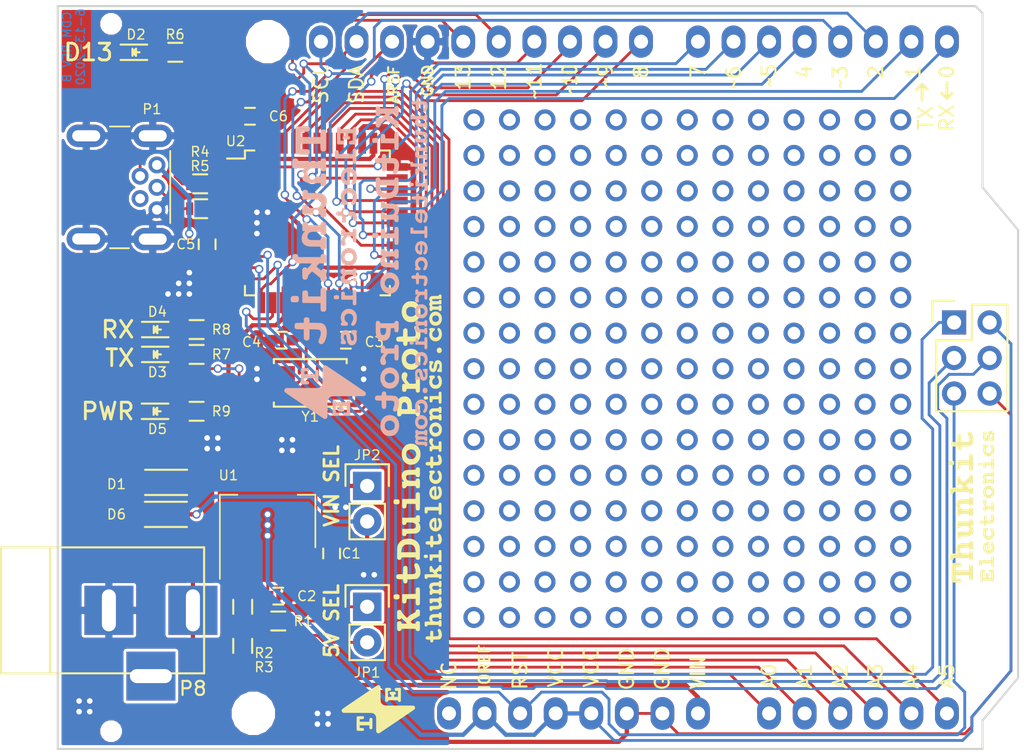
<source format=kicad_pcb>
(kicad_pcb (version 4) (host pcbnew 4.0.5+dfsg1-4)
  (title_block (title "MAKIT-THT Soldering Kit") (date 2018-05-13) (rev B) (company "Thunkit Electronics"))
  (layers (0 F.Cu signal) (31 B.Cu signal) (34 B.Paste user) (35 F.Paste user) (36 B.SilkS user) (37 F.SilkS user) (38 B.Mask user) (39 F.Mask user) (44 Edge.Cuts user))
  (net 0 "")
  (net 1 VIN)
  (net 2 GND)
  (net 3 RST)
  (net 4 PB4)
  (net 5 PB5)
  (net 6 AREF)
  (net 7 PD0)
  (net 8 PD1)
  (net 9 PD2)
  (net 10 PD3)
  (net 11 PD4)
  (net 12 PD6)
  (net 13 PD7)
  (net 14 "Net-(C1-Pad1)")
  (net 15 VCC)
  (net 16 "Net-(C3-Pad2)")
  (net 17 "Net-(C4-Pad2)")
  (net 18 "Net-(C5-Pad1)")
  (net 19 VBUS)
  (net 20 "Net-(D2-Pad2)")
  (net 21 "Net-(D3-Pad2)")
  (net 22 "Net-(D4-Pad2)")
  (net 23 "Net-(D5-Pad2)")
  (net 24 "Net-(JP1-Pad1)")
  (net 25 "Net-(JP1-Pad2)")
  (net 26 "Net-(P1-Pad2)")
  (net 27 "Net-(P1-Pad3)")
  (net 28 "Net-(P1-Pad4)")
  (net 29 PF0)
  (net 30 PF1)
  (net 31 PF4)
  (net 32 PF5)
  (net 33 PF6)
  (net 34 PF7)
  (net 35 PC7)
  (net 36 PB7)
  (net 37 PB6)
  (net 38 PC6)
  (net 39 D-)
  (net 40 D+)
  (net 41 TX_LED)
  (net 42 RX_LED)
  (net 43 PE6)
  (net 44 SCK)
  (net 45 MOSI)
  (net 46 MISO)
  (net 47 "Net-(P3-Pad8)")
  (net 48 "Net-(P8-Pad3)")
  (module MOD:Thunkit_Electronics_KitDuino_Proto_24mm (layer B.Cu) (at 137.922 90.932 270)
    (fp_text reference G*** hide)
    (fp_text value LOGO hide)
  )
  (module MOD:JLCPCB_Tooling_Hole (layer F.Cu) (at 179.07 76.454)
    (fp_text reference REF** hide)
    (fp_text value JLCPCB_Tooling_Hole)
    (pad "" np_thru_hole circle (at 0 0) (size 1.152 1.152) (drill 1.152) (layers *.Cu *.Mask))
  )
  (module MOD:JLCPCB_Tooling_Hole (layer F.Cu) (at 118.11 123.698)
    (fp_text reference REF** hide)
    (fp_text value JLCPCB_Tooling_Hole)
    (pad "" np_thru_hole circle (at 0 0) (size 1.152 1.152) (drill 1.152) (layers *.Cu *.Mask))
  )
  (module "MOD:GND VIA" (layer F.Cu) (at 134.112 106.426)
    (fp_text reference "" (at 0 0) (layer F.SilkS))
    (fp_text value "" (at 0 0) (layer F.SilkS))
    (pad 1 thru_hole circle (at 0 1.27) (size 0.6 0.6) (drill 0.4) (layers *.Cu) (net 2 GND))
  )
  (module "MOD:GND VIA" (layer F.Cu) (at 134.874 106.426)
    (fp_text reference "" (at 0 0) (layer F.SilkS))
    (fp_text value "" (at 0 0) (layer F.SilkS))
    (pad 1 thru_hole circle (at 0 1.27) (size 0.6 0.6) (drill 0.4) (layers *.Cu) (net 2 GND))
  )
  (module "MOD:GND VIA" (layer F.Cu) (at 136.144 96.52)
    (fp_text reference "" (at 0 0) (layer F.SilkS))
    (fp_text value "" (at 0 0) (layer F.SilkS))
    (pad 1 thru_hole circle (at 0 1.27) (size 0.6 0.6) (drill 0.4) (layers *.Cu) (net 2 GND))
  )
  (module "MOD:GND VIA" (layer F.Cu) (at 136.144 97.282)
    (fp_text reference "" (at 0 0) (layer F.SilkS))
    (fp_text value "" (at 0 0) (layer F.SilkS))
    (pad 1 thru_hole circle (at 0 1.27) (size 0.6 0.6) (drill 0.4) (layers *.Cu) (net 2 GND))
  )
  (module "MOD:GND VIA" (layer F.Cu) (at 128.524 97.282)
    (fp_text reference "" (at 0 0) (layer F.SilkS))
    (fp_text value "" (at 0 0) (layer F.SilkS))
    (pad 1 thru_hole circle (at 0 1.27) (size 0.6 0.6) (drill 0.4) (layers *.Cu) (net 2 GND))
  )
  (module "MOD:GND VIA" (layer F.Cu) (at 128.524 96.52)
    (fp_text reference "" (at 0 0) (layer F.SilkS))
    (fp_text value "" (at 0 0) (layer F.SilkS))
    (pad 1 thru_hole circle (at 0 1.27) (size 0.6 0.6) (drill 0.4) (layers *.Cu) (net 2 GND))
  )
  (module Mounting_Holes:MountingHole_2.7mm (layer F.Cu) (at 128.27 122.428)
    (fp_text reference REF** hide)
    (fp_text value MountingHole_2.7mm)
    (pad 1 np_thru_hole circle (at 0 0) (size 2.7 2.7) (drill 2.7) (layers *.Cu *.Mask))
  )
  (module Mounting_Holes:MountingHole_2.7mm (layer F.Cu) (at 180.34 117.348)
    (fp_text reference REF** hide)
    (fp_text value MountingHole_2.7mm)
    (pad 1 np_thru_hole circle (at 0 0) (size 2.7 2.7) (drill 2.7) (layers *.Cu *.Mask))
  )
  (module Mounting_Holes:MountingHole_2.7mm (layer F.Cu) (at 180.34 89.408)
    (fp_text reference REF** hide)
    (fp_text value MountingHole_2.7mm)
    (pad 1 np_thru_hole circle (at 0 0) (size 2.7 2.7) (drill 2.7) (layers *.Cu *.Mask))
  )
  (module "MOD:GND VIA" (layer F.Cu) (at 133.604 121.158)
    (fp_text reference "" (at 0 0) (layer F.SilkS))
    (fp_text value "" (at 0 0) (layer F.SilkS))
    (pad 1 thru_hole circle (at 0 1.27) (size 0.6 0.6) (drill 0.4) (layers *.Cu) (net 2 GND))
  )
  (module "MOD:GND VIA" (layer F.Cu) (at 132.842 121.158)
    (fp_text reference "" (at 0 0) (layer F.SilkS))
    (fp_text value "" (at 0 0) (layer F.SilkS))
    (pad 1 thru_hole circle (at 0 1.27) (size 0.6 0.6) (drill 0.4) (layers *.Cu) (net 2 GND))
  )
  (module "MOD:GND VIA" (layer F.Cu) (at 132.842 121.92)
    (fp_text reference "" (at 0 0) (layer F.SilkS))
    (fp_text value "" (at 0 0) (layer F.SilkS))
    (pad 1 thru_hole circle (at 0 1.27) (size 0.6 0.6) (drill 0.4) (layers *.Cu) (net 2 GND))
  )
  (module "MOD:GND VIA" (layer F.Cu) (at 133.604 121.92)
    (fp_text reference "" (at 0 0) (layer F.SilkS))
    (fp_text value "" (at 0 0) (layer F.SilkS))
    (pad 1 thru_hole circle (at 0 1.27) (size 0.6 0.6) (drill 0.4) (layers *.Cu) (net 2 GND))
  )
  (module "MOD:GND VIA" (layer F.Cu) (at 136.906 111.252)
    (fp_text reference "" (at 0 0) (layer F.SilkS))
    (fp_text value "" (at 0 0) (layer F.SilkS))
    (pad 1 thru_hole circle (at 0 1.27) (size 0.6 0.6) (drill 0.4) (layers *.Cu) (net 2 GND))
  )
  (module "MOD:GND VIA" (layer F.Cu) (at 136.144 111.252)
    (fp_text reference "" (at 0 0) (layer F.SilkS))
    (fp_text value "" (at 0 0) (layer F.SilkS))
    (pad 1 thru_hole circle (at 0 1.27) (size 0.6 0.6) (drill 0.4) (layers *.Cu) (net 2 GND))
  )
  (module "MOD:GND VIA" (layer F.Cu) (at 116.586 120.269)
    (fp_text reference "" (at 0 0) (layer F.SilkS))
    (fp_text value "" (at 0 0) (layer F.SilkS))
    (pad 1 thru_hole circle (at 0 1.27) (size 0.6 0.6) (drill 0.4) (layers *.Cu) (net 2 GND))
  )
  (module "MOD:GND VIA" (layer F.Cu) (at 115.824 120.269)
    (fp_text reference "" (at 0 0) (layer F.SilkS))
    (fp_text value "" (at 0 0) (layer F.SilkS))
    (pad 1 thru_hole circle (at 0 1.27) (size 0.6 0.6) (drill 0.4) (layers *.Cu) (net 2 GND))
  )
  (module "MOD:GND VIA" (layer F.Cu) (at 116.586 121.031)
    (fp_text reference "" (at 0 0) (layer F.SilkS))
    (fp_text value "" (at 0 0) (layer F.SilkS))
    (pad 1 thru_hole circle (at 0 1.27) (size 0.6 0.6) (drill 0.4) (layers *.Cu) (net 2 GND))
  )
  (module "MOD:GND VIA" (layer F.Cu) (at 115.824 121.031)
    (fp_text reference "" (at 0 0) (layer F.SilkS))
    (fp_text value "" (at 0 0) (layer F.SilkS))
    (pad 1 thru_hole circle (at 0 1.27) (size 0.6 0.6) (drill 0.4) (layers *.Cu) (net 2 GND))
  )
  (module "MOD:GND VIA" (layer F.Cu) (at 131.064 101.6)
    (fp_text reference "" (at 0 0) (layer F.SilkS))
    (fp_text value "" (at 0 0) (layer F.SilkS))
    (pad 1 thru_hole circle (at 0 1.27) (size 0.6 0.6) (drill 0.4) (layers *.Cu) (net 2 GND))
  )
  (module "MOD:GND VIA" (layer F.Cu) (at 131.064 102.362)
    (fp_text reference "" (at 0 0) (layer F.SilkS))
    (fp_text value "" (at 0 0) (layer F.SilkS))
    (pad 1 thru_hole circle (at 0 1.27) (size 0.6 0.6) (drill 0.4) (layers *.Cu) (net 2 GND))
  )
  (module "MOD:GND VIA" (layer F.Cu) (at 130.302 101.6)
    (fp_text reference "" (at 0 0) (layer F.SilkS))
    (fp_text value "" (at 0 0) (layer F.SilkS))
    (pad 1 thru_hole circle (at 0 1.27) (size 0.6 0.6) (drill 0.4) (layers *.Cu) (net 2 GND))
  )
  (module "MOD:GND VIA" (layer F.Cu) (at 130.302 102.362)
    (fp_text reference "" (at 0 0) (layer F.SilkS))
    (fp_text value "" (at 0 0) (layer F.SilkS))
    (pad 1 thru_hole circle (at 0 1.27) (size 0.6 0.6) (drill 0.4) (layers *.Cu) (net 2 GND))
  )
  (module "MOD:GND VIA" (layer F.Cu) (at 122.174 91.186)
    (fp_text reference "" (at 0 0) (layer F.SilkS))
    (fp_text value "" (at 0 0) (layer F.SilkS))
    (pad 1 thru_hole circle (at 0 1.27) (size 0.6 0.6) (drill 0.4) (layers *.Cu) (net 2 GND))
  )
  (module "MOD:GND VIA" (layer F.Cu) (at 123.698 91.186)
    (fp_text reference "" (at 0 0) (layer F.SilkS))
    (fp_text value "" (at 0 0) (layer F.SilkS))
    (pad 1 thru_hole circle (at 0 1.27) (size 0.6 0.6) (drill 0.4) (layers *.Cu) (net 2 GND))
  )
  (module "MOD:GND VIA" (layer F.Cu) (at 122.936 91.186)
    (fp_text reference "" (at 0 0) (layer F.SilkS))
    (fp_text value "" (at 0 0) (layer F.SilkS))
    (pad 1 thru_hole circle (at 0 1.27) (size 0.6 0.6) (drill 0.4) (layers *.Cu) (net 2 GND))
  )
  (module "MOD:GND VIA" (layer F.Cu) (at 125.73 101.473)
    (fp_text reference "" (at 0 0) (layer F.SilkS))
    (fp_text value "" (at 0 0) (layer F.SilkS))
    (pad 1 thru_hole circle (at 0 1.27) (size 0.6 0.6) (drill 0.4) (layers *.Cu) (net 2 GND))
  )
  (module "MOD:GND VIA" (layer F.Cu) (at 124.968 101.473)
    (fp_text reference "" (at 0 0) (layer F.SilkS))
    (fp_text value "" (at 0 0) (layer F.SilkS))
    (pad 1 thru_hole circle (at 0 1.27) (size 0.6 0.6) (drill 0.4) (layers *.Cu) (net 2 GND))
  )
  (module "MOD:GND VIA" (layer F.Cu) (at 125.73 102.235)
    (fp_text reference "" (at 0 0) (layer F.SilkS))
    (fp_text value "" (at 0 0) (layer F.SilkS))
    (pad 1 thru_hole circle (at 0 1.27) (size 0.6 0.6) (drill 0.4) (layers *.Cu) (net 2 GND))
  )
  (module "MOD:GND VIA" (layer F.Cu) (at 124.968 102.235)
    (fp_text reference "" (at 0 0) (layer F.SilkS))
    (fp_text value "" (at 0 0) (layer F.SilkS))
    (pad 1 thru_hole circle (at 0 1.27) (size 0.6 0.6) (drill 0.4) (layers *.Cu) (net 2 GND))
  )
  (module "MOD:GND VIA" (layer F.Cu) (at 122.936 90.424)
    (fp_text reference "" (at 0 0) (layer F.SilkS))
    (fp_text value "" (at 0 0) (layer F.SilkS))
    (pad 1 thru_hole circle (at 0 1.27) (size 0.6 0.6) (drill 0.4) (layers *.Cu) (net 2 GND))
  )
  (module "MOD:GND VIA" (layer F.Cu) (at 123.698 90.424)
    (fp_text reference "" (at 0 0) (layer F.SilkS))
    (fp_text value "" (at 0 0) (layer F.SilkS))
    (pad 1 thru_hole circle (at 0 1.27) (size 0.6 0.6) (drill 0.4) (layers *.Cu) (net 2 GND))
  )
  (module "MOD:GND VIA" (layer F.Cu) (at 123.698 89.662)
    (fp_text reference "" (at 0 0) (layer F.SilkS))
    (fp_text value "" (at 0 0) (layer F.SilkS))
    (pad 1 thru_hole circle (at 0 1.27) (size 0.6 0.6) (drill 0.4) (layers *.Cu) (net 2 GND))
  )
  (module "MOD:GND VIA" (layer F.Cu) (at 129.286 85.344)
    (fp_text reference "" (at 0 0) (layer F.SilkS))
    (fp_text value "" (at 0 0) (layer F.SilkS))
    (pad 1 thru_hole circle (at 0 1.27) (size 0.6 0.6) (drill 0.4) (layers *.Cu) (net 2 GND))
  )
  (module "MOD:GND VIA" (layer F.Cu) (at 128.524 85.344)
    (fp_text reference "" (at 0 0) (layer F.SilkS))
    (fp_text value "" (at 0 0) (layer F.SilkS))
    (pad 1 thru_hole circle (at 0 1.27) (size 0.6 0.6) (drill 0.4) (layers *.Cu) (net 2 GND))
  )
  (module "MOD:GND VIA" (layer F.Cu) (at 128.524 86.106)
    (fp_text reference "" (at 0 0) (layer F.SilkS))
    (fp_text value "" (at 0 0) (layer F.SilkS))
    (pad 1 thru_hole circle (at 0 1.27) (size 0.6 0.6) (drill 0.4) (layers *.Cu) (net 2 GND))
  )
  (module Capacitors_SMD:C_0603 (layer F.Cu) (at 130.048 114.046)
    (fp_text reference C2 (at 2.032 0) (layer F.SilkS) (effects (font (size 0.7 0.7) (thickness 0.1))))
    (fp_text value 1uF)
    (pad 1 smd rect (at -0.75 0) (size 0.8 0.75) (layers F.Cu F.Paste F.Mask) (net 15 VCC))
    (pad 2 smd rect (at 0.75 0) (size 0.8 0.75) (layers F.Cu F.Paste F.Mask) (net 2 GND))
  )
  (module Capacitors_SMD:C_0603 (layer F.Cu) (at 134.874 95.758 180)
    (fp_text reference C3 (at -2.032 -0.127 180) (layer F.SilkS) (effects (font (size 0.7 0.7) (thickness 0.1))))
    (fp_text value 22pF)
    (pad 1 smd rect (at -0.75 0 180) (size 0.8 0.75) (layers F.Cu F.Paste F.Mask) (net 2 GND))
    (pad 2 smd rect (at 0.75 0 180) (size 0.8 0.75) (layers F.Cu F.Paste F.Mask) (net 16 "Net-(C3-Pad2)"))
  )
  (module Capacitors_SMD:C_0603 (layer F.Cu) (at 124.968 88.9 270)
    (fp_text reference C5 (at 0 1.524 360) (layer F.SilkS) (effects (font (size 0.7 0.7) (thickness 0.1))))
    (fp_text value 1uF)
    (pad 1 smd rect (at -0.75 0 270) (size 0.8 0.75) (layers F.Cu F.Paste F.Mask) (net 18 "Net-(C5-Pad1)"))
    (pad 2 smd rect (at 0.75 0 270) (size 0.8 0.75) (layers F.Cu F.Paste F.Mask) (net 2 GND))
  )
  (module LEDs:LED_0603 (layer F.Cu) (at 119.888 75.184)
    (fp_text reference D2 (at 0 -1.27) (layer F.SilkS) (effects (font (size 0.7 0.7) (thickness 0.1))))
    (fp_text value RED)
    (pad 2 smd rect (at 0.7493 0 180) (size 0.79756 0.79756) (layers F.Cu F.Paste F.Mask) (net 20 "Net-(D2-Pad2)"))
    (pad 1 smd rect (at -0.7493 0 180) (size 0.79756 0.79756) (layers F.Cu F.Paste F.Mask) (net 2 GND))
  )
  (module LEDs:LED_0603 (layer F.Cu) (at 121.412 96.774)
    (fp_text reference D3 (at 0 1.27) (layer F.SilkS) (effects (font (size 0.7 0.7) (thickness 0.1))))
    (fp_text value YLW)
    (pad 2 smd rect (at 0.7493 0 180) (size 0.79756 0.79756) (layers F.Cu F.Paste F.Mask) (net 21 "Net-(D3-Pad2)"))
    (pad 1 smd rect (at -0.7493 0 180) (size 0.79756 0.79756) (layers F.Cu F.Paste F.Mask) (net 41 TX_LED))
  )
  (module LEDs:LED_0603 (layer F.Cu) (at 121.412 94.996)
    (fp_text reference D4 (at 0 -1.27) (layer F.SilkS) (effects (font (size 0.7 0.7) (thickness 0.1))))
    (fp_text value YLW)
    (pad 2 smd rect (at 0.7493 0 180) (size 0.79756 0.79756) (layers F.Cu F.Paste F.Mask) (net 22 "Net-(D4-Pad2)"))
    (pad 1 smd rect (at -0.7493 0 180) (size 0.79756 0.79756) (layers F.Cu F.Paste F.Mask) (net 42 RX_LED))
  )
  (module LEDs:LED_0603 (layer F.Cu) (at 121.3993 100.838)
    (fp_text reference D5 (at 0.0127 1.27 180) (layer F.SilkS) (effects (font (size 0.7 0.7) (thickness 0.1))))
    (fp_text value GRN)
    (pad 2 smd rect (at 0.7493 0 180) (size 0.79756 0.79756) (layers F.Cu F.Paste F.Mask) (net 23 "Net-(D5-Pad2)"))
    (pad 1 smd rect (at -0.7493 0 180) (size 0.79756 0.79756) (layers F.Cu F.Paste F.Mask) (net 2 GND))
  )
  (module Pin_Headers:Pin_Header_Straight_1x02 (layer F.Cu) (at 136.398 114.808)
    (fp_text reference JP1 (at 0 4.699) (layer F.SilkS) (effects (font (size 0.7 0.7) (thickness 0.1))))
    (fp_text value Jumper_NO_Small)
    (pad 1 thru_hole rect (at 0 0) (size 2.032 2.032) (drill 1.016) (layers *.Cu *.Mask) (net 24 "Net-(JP1-Pad1)"))
    (pad 2 thru_hole oval (at 0 2.54) (size 2.032 2.032) (drill 1.016) (layers *.Cu *.Mask) (net 25 "Net-(JP1-Pad2)"))
  )
  (module Resistors_SMD:R_0603 (layer F.Cu) (at 130.048 115.824)
    (fp_text reference R1 (at 1.778 0) (layer F.SilkS) (effects (font (size 0.7 0.7) (thickness 0.1))))
    (fp_text value 732)
    (pad 1 smd rect (at -0.75 0) (size 0.5 0.9) (layers F.Cu F.Paste F.Mask) (net 15 VCC))
    (pad 2 smd rect (at 0.75 0) (size 0.5 0.9) (layers F.Cu F.Paste F.Mask) (net 24 "Net-(JP1-Pad1)"))
  )
  (module Resistors_SMD:R_0603 (layer F.Cu) (at 127.508 114.808 270)
    (fp_text reference R2 (at 3.302 -1.524 360) (layer F.SilkS) (effects (font (size 0.7 0.7) (thickness 0.1))))
    (fp_text value 619)
    (pad 1 smd rect (at -0.75 0 270) (size 0.5 0.9) (layers F.Cu F.Paste F.Mask) (net 15 VCC))
    (pad 2 smd rect (at 0.75 0 270) (size 0.5 0.9) (layers F.Cu F.Paste F.Mask) (net 25 "Net-(JP1-Pad2)"))
  )
  (module Resistors_SMD:R_0603 (layer F.Cu) (at 127.508 117.602 270)
    (fp_text reference R3 (at 1.524 -1.524 360) (layer F.SilkS) (effects (font (size 0.7 0.7) (thickness 0.1))))
    (fp_text value 1K)
    (pad 1 smd rect (at -0.75 0 270) (size 0.5 0.9) (layers F.Cu F.Paste F.Mask) (net 25 "Net-(JP1-Pad2)"))
    (pad 2 smd rect (at 0.75 0 270) (size 0.5 0.9) (layers F.Cu F.Paste F.Mask) (net 2 GND))
  )
  (module Resistors_SMD:R_0603 (layer F.Cu) (at 124.472 84.582 180)
    (fp_text reference R4 (at 0.012 2.286 180) (layer F.SilkS) (effects (font (size 0.7 0.7) (thickness 0.1))))
    (fp_text value 22R)
    (pad 1 smd rect (at -0.75 0 180) (size 0.5 0.9) (layers F.Cu F.Paste F.Mask) (net 39 D-))
    (pad 2 smd rect (at 0.75 0 180) (size 0.5 0.9) (layers F.Cu F.Paste F.Mask) (net 26 "Net-(P1-Pad2)"))
  )
  (module Resistors_SMD:R_0603 (layer F.Cu) (at 124.472 86.36 180)
    (fp_text reference R5 (at 0.012 3.048 180) (layer F.SilkS) (effects (font (size 0.7 0.7) (thickness 0.1))))
    (fp_text value 22R)
    (pad 1 smd rect (at -0.75 0 180) (size 0.5 0.9) (layers F.Cu F.Paste F.Mask) (net 40 D+))
    (pad 2 smd rect (at 0.75 0 180) (size 0.5 0.9) (layers F.Cu F.Paste F.Mask) (net 27 "Net-(P1-Pad3)"))
  )
  (module Resistors_SMD:R_0603 (layer F.Cu) (at 122.694 75.184 180)
    (fp_text reference R6 (at 0.012 1.27 180) (layer F.SilkS) (effects (font (size 0.7 0.7) (thickness 0.1))))
    (fp_text value 1K)
    (pad 1 smd rect (at -0.75 0 180) (size 0.5 0.9) (layers F.Cu F.Paste F.Mask) (net 35 PC7))
    (pad 2 smd rect (at 0.75 0 180) (size 0.5 0.9) (layers F.Cu F.Paste F.Mask) (net 20 "Net-(D2-Pad2)"))
  )
  (module Resistors_SMD:R_0603 (layer F.Cu) (at 124.218 96.774 180)
    (fp_text reference R7 (at -1.766 0 180) (layer F.SilkS) (effects (font (size 0.7 0.7) (thickness 0.1))))
    (fp_text value 1K)
    (pad 1 smd rect (at -0.75 0 180) (size 0.5 0.9) (layers F.Cu F.Paste F.Mask) (net 15 VCC))
    (pad 2 smd rect (at 0.75 0 180) (size 0.5 0.9) (layers F.Cu F.Paste F.Mask) (net 21 "Net-(D3-Pad2)"))
  )
  (module Resistors_SMD:R_0603 (layer F.Cu) (at 124.218 94.996 180)
    (fp_text reference R8 (at -1.766 0 180) (layer F.SilkS) (effects (font (size 0.7 0.7) (thickness 0.1))))
    (fp_text value 1K)
    (pad 1 smd rect (at -0.75 0 180) (size 0.5 0.9) (layers F.Cu F.Paste F.Mask) (net 15 VCC))
    (pad 2 smd rect (at 0.75 0 180) (size 0.5 0.9) (layers F.Cu F.Paste F.Mask) (net 22 "Net-(D4-Pad2)"))
  )
  (module Resistors_SMD:R_0603 (layer F.Cu) (at 124.218 100.838 180)
    (fp_text reference R9 (at -1.766 0 360) (layer F.SilkS) (effects (font (size 0.7 0.7) (thickness 0.1))))
    (fp_text value 1K)
    (pad 1 smd rect (at -0.75 0 180) (size 0.5 0.9) (layers F.Cu F.Paste F.Mask) (net 15 VCC))
    (pad 2 smd rect (at 0.75 0 180) (size 0.5 0.9) (layers F.Cu F.Paste F.Mask) (net 23 "Net-(D5-Pad2)"))
  )
  (module TO_SOT_Packages_SMD:SOT-223 (layer F.Cu) (at 129.286 108.712 90)
    (fp_text reference U1 (at 3.302 -2.794 180) (layer F.SilkS) (effects (font (size 0.7 0.7) (thickness 0.1))))
    (fp_text value AMS1117-ADJ)
    (pad 4 smd rect (at 3.15 0 90) (size 2 3.8) (layers F.Cu F.Paste F.Mask) (net 15 VCC))
    (pad 2 smd rect (at -3.15 0 90) (size 2 1.5) (layers F.Cu F.Paste F.Mask) (net 15 VCC))
    (pad 3 smd rect (at -3.15 2.3 90) (size 2 1.5) (layers F.Cu F.Paste F.Mask) (net 14 "Net-(C1-Pad1)"))
    (pad 1 smd rect (at -3.15 -2.3 90) (size 2 1.5) (layers F.Cu F.Paste F.Mask) (net 25 "Net-(JP1-Pad2)"))
  )
  (module Capacitors_SMD:C_0603 (layer F.Cu) (at 133.858 110.998 90)
    (fp_text reference C1 (at 0 1.397 180) (layer F.SilkS) (effects (font (size 0.7 0.7) (thickness 0.1))))
    (fp_text value 1uF)
    (pad 1 smd rect (at -0.75 0 90) (size 0.8 0.75) (layers F.Cu F.Paste F.Mask) (net 14 "Net-(C1-Pad1)"))
    (pad 2 smd rect (at 0.75 0 90) (size 0.8 0.75) (layers F.Cu F.Paste F.Mask) (net 2 GND))
  )
  (module Capacitors_SMD:C_0603 (layer F.Cu) (at 130.302 95.758)
    (fp_text reference C4 (at -2.159 0.127) (layer F.SilkS) (effects (font (size 0.7 0.7) (thickness 0.1))))
    (fp_text value 22pF)
    (pad 1 smd rect (at -0.75 0) (size 0.8 0.75) (layers F.Cu F.Paste F.Mask) (net 2 GND))
    (pad 2 smd rect (at 0.75 0) (size 0.8 0.75) (layers F.Cu F.Paste F.Mask) (net 17 "Net-(C4-Pad2)"))
  )
  (module Pin_Headers:Pin_Header_Straight_2x03 (layer F.Cu) (at 178.308 94.488)
    (fp_text reference P2 hide)
    (fp_text value ICSP)
    (pad 1 thru_hole rect (at 0 0) (size 1.7272 1.7272) (drill 1.016) (layers *.Cu *.Mask) (net 46 MISO))
    (pad 2 thru_hole oval (at 2.54 0) (size 1.7272 1.7272) (drill 1.016) (layers *.Cu *.Mask) (net 15 VCC))
    (pad 3 thru_hole oval (at 0 2.54) (size 1.7272 1.7272) (drill 1.016) (layers *.Cu *.Mask) (net 44 SCK))
    (pad 4 thru_hole oval (at 2.54 2.54) (size 1.7272 1.7272) (drill 1.016) (layers *.Cu *.Mask) (net 45 MOSI))
    (pad 5 thru_hole oval (at 0 5.08) (size 1.7272 1.7272) (drill 1.016) (layers *.Cu *.Mask) (net 3 RST))
    (pad 6 thru_hole oval (at 2.54 5.08) (size 1.7272 1.7272) (drill 1.016) (layers *.Cu *.Mask) (net 2 GND))
  )
  (module Capacitors_SMD:C_0603 (layer F.Cu) (at 128.028 79.756 180)
    (fp_text reference C6 (at -2.032 0 360) (layer F.SilkS) (effects (font (size 0.7 0.7) (thickness 0.1))))
    (fp_text value 1uF)
    (pad 1 smd rect (at -0.75 0 180) (size 0.8 0.75) (layers F.Cu F.Paste F.Mask) (net 15 VCC))
    (pad 2 smd rect (at 0.75 0 180) (size 0.8 0.75) (layers F.Cu F.Paste F.Mask) (net 2 GND))
  )
  (module Housings_QFP:TQFP-44_10x10mm_Pitch0.8mm (layer F.Cu) (at 132.842 87.376)
    (fp_text reference U2 (at -5.842 -5.842) (layer F.SilkS) (effects (font (size 0.7 0.7) (thickness 0.1))))
    (fp_text value ATMEGA32U4-M)
    (pad 1 smd rect (at -5.7 -4) (size 1.5 0.55) (layers F.Cu F.Paste F.Mask) (net 43 PE6))
    (pad 2 smd rect (at -5.7 -3.2) (size 1.5 0.55) (layers F.Cu F.Paste F.Mask) (net 15 VCC))
    (pad 3 smd rect (at -5.7 -2.4) (size 1.5 0.55) (layers F.Cu F.Paste F.Mask) (net 39 D-))
    (pad 4 smd rect (at -5.7 -1.6) (size 1.5 0.55) (layers F.Cu F.Paste F.Mask) (net 40 D+))
    (pad 5 smd rect (at -5.7 -0.8) (size 1.5 0.55) (layers F.Cu F.Paste F.Mask) (net 2 GND))
    (pad 6 smd rect (at -5.7 0) (size 1.5 0.55) (layers F.Cu F.Paste F.Mask) (net 18 "Net-(C5-Pad1)"))
    (pad 7 smd rect (at -5.7 0.8) (size 1.5 0.55) (layers F.Cu F.Paste F.Mask) (net 19 VBUS))
    (pad 8 smd rect (at -5.7 1.6) (size 1.5 0.55) (layers F.Cu F.Paste F.Mask) (net 42 RX_LED))
    (pad 9 smd rect (at -5.7 2.4) (size 1.5 0.55) (layers F.Cu F.Paste F.Mask) (net 44 SCK))
    (pad 10 smd rect (at -5.7 3.2) (size 1.5 0.55) (layers F.Cu F.Paste F.Mask) (net 45 MOSI))
    (pad 11 smd rect (at -5.7 4) (size 1.5 0.55) (layers F.Cu F.Paste F.Mask) (net 46 MISO))
    (pad 12 smd rect (at -4 5.7 90) (size 1.5 0.55) (layers F.Cu F.Paste F.Mask) (net 36 PB7))
    (pad 13 smd rect (at -3.2 5.7 90) (size 1.5 0.55) (layers F.Cu F.Paste F.Mask) (net 3 RST))
    (pad 14 smd rect (at -2.4 5.7 90) (size 1.5 0.55) (layers F.Cu F.Paste F.Mask) (net 15 VCC))
    (pad 15 smd rect (at -1.6 5.7 90) (size 1.5 0.55) (layers F.Cu F.Paste F.Mask) (net 2 GND))
    (pad 16 smd rect (at -0.8 5.7 90) (size 1.5 0.55) (layers F.Cu F.Paste F.Mask) (net 17 "Net-(C4-Pad2)"))
    (pad 17 smd rect (at 0 5.7 90) (size 1.5 0.55) (layers F.Cu F.Paste F.Mask) (net 16 "Net-(C3-Pad2)"))
    (pad 18 smd rect (at 0.8 5.7 90) (size 1.5 0.55) (layers F.Cu F.Paste F.Mask) (net 7 PD0))
    (pad 19 smd rect (at 1.6 5.7 90) (size 1.5 0.55) (layers F.Cu F.Paste F.Mask) (net 8 PD1))
    (pad 20 smd rect (at 2.4 5.7 90) (size 1.5 0.55) (layers F.Cu F.Paste F.Mask) (net 9 PD2))
    (pad 21 smd rect (at 3.2 5.7 90) (size 1.5 0.55) (layers F.Cu F.Paste F.Mask) (net 10 PD3))
    (pad 22 smd rect (at 4 5.7 90) (size 1.5 0.55) (layers F.Cu F.Paste F.Mask) (net 41 TX_LED))
    (pad 23 smd rect (at 5.7 4) (size 1.5 0.55) (layers F.Cu F.Paste F.Mask) (net 2 GND))
    (pad 24 smd rect (at 5.7 3.2) (size 1.5 0.55) (layers F.Cu F.Paste F.Mask) (net 15 VCC))
    (pad 25 smd rect (at 5.7 2.4) (size 1.5 0.55) (layers F.Cu F.Paste F.Mask) (net 11 PD4))
    (pad 26 smd rect (at 5.7 1.6) (size 1.5 0.55) (layers F.Cu F.Paste F.Mask) (net 12 PD6))
    (pad 27 smd rect (at 5.7 0.8) (size 1.5 0.55) (layers F.Cu F.Paste F.Mask) (net 13 PD7))
    (pad 28 smd rect (at 5.7 0) (size 1.5 0.55) (layers F.Cu F.Paste F.Mask) (net 4 PB4))
    (pad 29 smd rect (at 5.7 -0.8) (size 1.5 0.55) (layers F.Cu F.Paste F.Mask) (net 5 PB5))
    (pad 30 smd rect (at 5.7 -1.6) (size 1.5 0.55) (layers F.Cu F.Paste F.Mask) (net 37 PB6))
    (pad 31 smd rect (at 5.7 -2.4) (size 1.5 0.55) (layers F.Cu F.Paste F.Mask) (net 38 PC6))
    (pad 32 smd rect (at 5.7 -3.2) (size 1.5 0.55) (layers F.Cu F.Paste F.Mask) (net 35 PC7))
    (pad 33 smd rect (at 5.7 -4) (size 1.5 0.55) (layers F.Cu F.Paste F.Mask) (net 2 GND))
    (pad 34 smd rect (at 4 -5.7 90) (size 1.5 0.55) (layers F.Cu F.Paste F.Mask) (net 15 VCC))
    (pad 35 smd rect (at 3.2 -5.7 90) (size 1.5 0.55) (layers F.Cu F.Paste F.Mask) (net 2 GND))
    (pad 36 smd rect (at 2.4 -5.7 90) (size 1.5 0.55) (layers F.Cu F.Paste F.Mask) (net 34 PF7))
    (pad 37 smd rect (at 1.6 -5.7 90) (size 1.5 0.55) (layers F.Cu F.Paste F.Mask) (net 33 PF6))
    (pad 38 smd rect (at 0.8 -5.7 90) (size 1.5 0.55) (layers F.Cu F.Paste F.Mask) (net 32 PF5))
    (pad 39 smd rect (at 0 -5.7 90) (size 1.5 0.55) (layers F.Cu F.Paste F.Mask) (net 31 PF4))
    (pad 40 smd rect (at -0.8 -5.7 90) (size 1.5 0.55) (layers F.Cu F.Paste F.Mask) (net 30 PF1))
    (pad 41 smd rect (at -1.6 -5.7 90) (size 1.5 0.55) (layers F.Cu F.Paste F.Mask) (net 29 PF0))
    (pad 42 smd rect (at -2.4 -5.7 90) (size 1.5 0.55) (layers F.Cu F.Paste F.Mask) (net 6 AREF))
    (pad 43 smd rect (at -3.2 -5.7 90) (size 1.5 0.55) (layers F.Cu F.Paste F.Mask) (net 2 GND))
    (pad 44 smd rect (at -4 -5.7 90) (size 1.5 0.55) (layers F.Cu F.Paste F.Mask) (net 15 VCC))
  )
  (module MOD:USB_MINI_B_TH (layer F.Cu) (at 116.332 84.836 180)
    (fp_text reference P1 (at -4.699 5.588 180) (layer F.SilkS) (effects (font (size 0.7 0.7) (thickness 0.1))))
    (fp_text value USB_OTG hide)
    (fp_line (start -0.6 -4) (end 0.6 -4) (layer Edge.Cuts) (width 0.0001))
    (fp_line (start -0.6 -3.3) (end 0.6 -3.3) (layer Edge.Cuts) (width 0.0001))
    (fp_arc (start -0.6 -3.65) (end -0.95 -3.65) (angle 90) (layer Edge.Cuts) (width 0.0001))
    (fp_arc (start -0.6 -3.65) (end -0.6 -3.3) (angle 90) (layer Edge.Cuts) (width 0.0001))
    (fp_arc (start 0.6 -3.65) (end 0.95 -3.65) (angle 90) (layer Edge.Cuts) (width 0.0001))
    (fp_arc (start 0.6 -3.65) (end 0.6 -4) (angle 90) (layer Edge.Cuts) (width 0.0001))
    (fp_line (start -0.6 3.3) (end 0.6 3.3) (layer Edge.Cuts) (width 0.0001))
    (fp_line (start -0.6 4) (end 0.6 4) (layer Edge.Cuts) (width 0.0001))
    (fp_arc (start -0.6 3.65) (end -0.95 3.65) (angle 90) (layer Edge.Cuts) (width 0.0001))
    (fp_arc (start -0.6 3.65) (end -0.6 4) (angle 90) (layer Edge.Cuts) (width 0.0001))
    (fp_arc (start 0.6 3.65) (end 0.95 3.65) (angle 90) (layer Edge.Cuts) (width 0.0001))
    (fp_arc (start 0.6 3.65) (end 0.6 3.3) (angle 90) (layer Edge.Cuts) (width 0.0001))
    (pad 3 thru_hole circle (at -5.05 0 180) (size 1.208 1.208) (drill 0.7) (layers *.Cu *.Mask) (net 27 "Net-(P1-Pad3)"))
    (pad 5 thru_hole circle (at -5.05 -1.6 180) (size 1.208 1.208) (drill 0.7) (layers *.Cu *.Mask) (net 2 GND))
    (pad 2 thru_hole circle (at -3.85 0.8 180) (size 1.208 1.208) (drill 0.7) (layers *.Cu *.Mask) (net 26 "Net-(P1-Pad2)"))
    (pad 4 thru_hole circle (at -3.85 -0.8 180) (size 1.208 1.208) (drill 0.7) (layers *.Cu *.Mask) (net 28 "Net-(P1-Pad4)"))
    (pad 1 thru_hole circle (at -5.05 1.6 180) (size 1.208 1.208) (drill 0.7) (layers *.Cu *.Mask) (net 19 VBUS))
    (pad 6 thru_hole oval (at 0 -3.683 180) (size 2.8 1.6) (drill oval 2 0.8) (layers *.Cu *.Mask) (net 2 GND))
    (pad 6 thru_hole oval (at 0 3.683 180) (size 2.8 1.6) (drill oval 2 0.8) (layers *.Cu *.Mask) (net 2 GND))
    (pad 6 thru_hole oval (at -4.75 -3.7 180) (size 2.8 1.6) (drill oval 2 0.8) (layers *.Cu *.Mask) (net 2 GND))
    (pad 6 thru_hole oval (at -4.75 3.683 180) (size 2.8 1.6) (drill oval 2 0.8) (layers *.Cu *.Mask) (net 2 GND))
  )
  (module "MOD:GND VIA" (layer F.Cu) (at 128.524 86.868)
    (fp_text reference "" (at 0 0) (layer F.SilkS))
    (fp_text value "" (at 0 0) (layer F.SilkS))
    (pad 1 thru_hole circle (at 0 1.27) (size 0.6 0.6) (drill 0.4) (layers *.Cu) (net 2 GND))
  )
  (module MOD:Pin_Header_Straight_1x08_Pitch2.54mm_No_Silk_Long_Pads (layer F.Cu) (at 160.02 122.428 270)
    (fp_text reference P3 hide)
    (fp_text value CONN_01X08)
    (pad 1 thru_hole oval (at 0 0 270) (size 2.3 1.7) (drill 1) (layers *.Cu *.Mask) (net 1 VIN))
    (pad 2 thru_hole oval (at 0 2.54 270) (size 2.34 1.7) (drill 1) (layers *.Cu *.Mask) (net 2 GND))
    (pad 3 thru_hole oval (at 0 5.08 270) (size 2.3 1.7) (drill 1) (layers *.Cu *.Mask) (net 2 GND))
    (pad 4 thru_hole oval (at 0 7.62 270) (size 2.3 1.7) (drill 1) (layers *.Cu *.Mask) (net 15 VCC))
    (pad 5 thru_hole oval (at 0 10.16 270) (size 2.3 1.7) (drill 1) (layers *.Cu *.Mask) (net 15 VCC))
    (pad 6 thru_hole oval (at 0 12.7 270) (size 2.3 1.7) (drill 1) (layers *.Cu *.Mask) (net 3 RST))
    (pad 7 thru_hole oval (at 0 15.24 270) (size 2.3 1.7) (drill 1) (layers *.Cu *.Mask) (net 15 VCC))
    (pad 8 thru_hole oval (at 0 17.78 270) (size 2.3 1.7) (drill 1) (layers *.Cu *.Mask) (net 47 "Net-(P3-Pad8)"))
  )
  (module MOD:Pin_Header_Straight_1x08_Pitch2.54mm_No_Silk_Long_Pads (layer F.Cu) (at 177.8 74.422 270)
    (fp_text reference P7 hide)
    (fp_text value CONN_01X08)
    (pad 1 thru_hole oval (at 0 0 270) (size 2.3 1.7) (drill 1) (layers *.Cu *.Mask) (net 9 PD2))
    (pad 2 thru_hole oval (at 0 2.54 270) (size 2.34 1.7) (drill 1) (layers *.Cu *.Mask) (net 10 PD3))
    (pad 3 thru_hole oval (at 0 5.08 270) (size 2.3 1.7) (drill 1) (layers *.Cu *.Mask) (net 8 PD1))
    (pad 4 thru_hole oval (at 0 7.62 270) (size 2.3 1.7) (drill 1) (layers *.Cu *.Mask) (net 7 PD0))
    (pad 5 thru_hole oval (at 0 10.16 270) (size 2.3 1.7) (drill 1) (layers *.Cu *.Mask) (net 11 PD4))
    (pad 6 thru_hole oval (at 0 12.7 270) (size 2.3 1.7) (drill 1) (layers *.Cu *.Mask) (net 38 PC6))
    (pad 7 thru_hole oval (at 0 15.24 270) (size 2.3 1.7) (drill 1) (layers *.Cu *.Mask) (net 13 PD7))
    (pad 8 thru_hole oval (at 0 17.78 270) (size 2.3 1.7) (drill 1) (layers *.Cu *.Mask) (net 43 PE6))
  )
  (module MOD:Pin_Header_Straight_1x06_Pitch2.54mm_No_Silk_Long_Pads (layer F.Cu) (at 177.8 122.428 270)
    (fp_text reference P4 hide)
    (fp_text value CONN_01X06)
    (pad 1 thru_hole oval (at 0 0 270) (size 2.3 1.7) (drill 1) (layers *.Cu *.Mask) (net 29 PF0))
    (pad 2 thru_hole oval (at 0 2.54 270) (size 2.3 1.7) (drill 1) (layers *.Cu *.Mask) (net 30 PF1))
    (pad 3 thru_hole oval (at 0 5.08 270) (size 2.3 1.7) (drill 1) (layers *.Cu *.Mask) (net 31 PF4))
    (pad 4 thru_hole oval (at 0 7.62 270) (size 2.3 1.7) (drill 1) (layers *.Cu *.Mask) (net 32 PF5))
    (pad 5 thru_hole oval (at 0 10.16 270) (size 2.3 1.7) (drill 1) (layers *.Cu *.Mask) (net 33 PF6))
    (pad 6 thru_hole oval (at 0 12.7 270) (size 2.3 1.7) (drill 1) (layers *.Cu *.Mask) (net 34 PF7))
  )
  (module MOD:Pin_Header_Straight_1x10_Pitch2.54mm_No_Silk_Long_Pads (layer F.Cu) (at 133.096 74.422 90)
    (fp_text reference P6 hide)
    (fp_text value CONN_01X10)
    (pad 1 thru_hole oval (at 0 0 90) (size 2.3 1.7) (drill 1) (layers *.Cu *.Mask) (net 7 PD0))
    (pad 2 thru_hole oval (at 0 2.54 90) (size 2.3 1.7) (drill 1) (layers *.Cu *.Mask) (net 8 PD1))
    (pad 3 thru_hole oval (at 0 5.08 90) (size 2.3 1.7) (drill 1) (layers *.Cu *.Mask) (net 6 AREF))
    (pad 4 thru_hole oval (at 0 7.62 90) (size 2.3 1.7) (drill 1) (layers *.Cu *.Mask) (net 2 GND))
    (pad 5 thru_hole oval (at 0 10.16 90) (size 2.3 1.7) (drill 1) (layers *.Cu *.Mask) (net 35 PC7))
    (pad 6 thru_hole oval (at 0 12.7 90) (size 2.3 1.7) (drill 1) (layers *.Cu *.Mask) (net 12 PD6))
    (pad 7 thru_hole oval (at 0 15.24 90) (size 2.3 1.7) (drill 1) (layers *.Cu *.Mask) (net 36 PB7))
    (pad 8 thru_hole oval (at 0 17.78 90) (size 2.3 1.7) (drill 1) (layers *.Cu *.Mask) (net 37 PB6))
    (pad 9 thru_hole oval (at 0 20.32 90) (size 2.3 1.7) (drill 1) (layers *.Cu *.Mask) (net 5 PB5))
    (pad 10 thru_hole oval (at 0 22.86 90) (size 2.3 1.7) (drill 1) (layers *.Cu *.Mask) (net 4 PB4))
  )
  (module MOD:Perfboard_13_15 (layer F.Cu) (at 144.018 80.01)
    (fp_text reference REF** hide)
    (fp_text value PERFBOARD)
    (pad 1 thru_hole circle (at 0 0) (size 1.5 1.5) (drill 0.9) (layers *.Cu *.Mask))
    (pad 1 thru_hole circle (at 2.54 0) (size 1.5 1.5) (drill 0.9) (layers *.Cu *.Mask))
    (pad 1 thru_hole circle (at 5.08 0) (size 1.5 1.5) (drill 0.9) (layers *.Cu *.Mask))
    (pad 1 thru_hole circle (at 7.62 0) (size 1.5 1.5) (drill 0.9) (layers *.Cu *.Mask))
    (pad 1 thru_hole circle (at 2.54 2.54) (size 1.5 1.5) (drill 0.9) (layers *.Cu *.Mask))
    (pad 1 thru_hole circle (at 5.08 2.54) (size 1.5 1.5) (drill 0.9) (layers *.Cu *.Mask))
    (pad 1 thru_hole circle (at 0 2.54) (size 1.5 1.5) (drill 0.9) (layers *.Cu *.Mask))
    (pad 1 thru_hole circle (at 7.62 2.54) (size 1.5 1.5) (drill 0.9) (layers *.Cu *.Mask))
    (pad 1 thru_hole circle (at 7.62 5.08) (size 1.5 1.5) (drill 0.9) (layers *.Cu *.Mask))
    (pad 1 thru_hole circle (at 2.54 7.62) (size 1.5 1.5) (drill 0.9) (layers *.Cu *.Mask))
    (pad 1 thru_hole circle (at 7.62 7.62) (size 1.5 1.5) (drill 0.9) (layers *.Cu *.Mask))
    (pad 1 thru_hole circle (at 5.08 7.62) (size 1.5 1.5) (drill 0.9) (layers *.Cu *.Mask))
    (pad 1 thru_hole circle (at 2.54 5.08) (size 1.5 1.5) (drill 0.9) (layers *.Cu *.Mask))
    (pad 1 thru_hole circle (at 5.08 5.08) (size 1.5 1.5) (drill 0.9) (layers *.Cu *.Mask))
    (pad 1 thru_hole circle (at 0 5.08) (size 1.5 1.5) (drill 0.9) (layers *.Cu *.Mask))
    (pad 1 thru_hole circle (at 0 7.62) (size 1.5 1.5) (drill 0.9) (layers *.Cu *.Mask))
    (pad 1 thru_hole circle (at 10.16 5.08) (size 1.5 1.5) (drill 0.9) (layers *.Cu *.Mask))
    (pad 1 thru_hole circle (at 10.16 7.62) (size 1.5 1.5) (drill 0.9) (layers *.Cu *.Mask))
    (pad 1 thru_hole circle (at 12.7 5.08) (size 1.5 1.5) (drill 0.9) (layers *.Cu *.Mask))
    (pad 1 thru_hole circle (at 15.24 7.62) (size 1.5 1.5) (drill 0.9) (layers *.Cu *.Mask))
    (pad 1 thru_hole circle (at 12.7 7.62) (size 1.5 1.5) (drill 0.9) (layers *.Cu *.Mask))
    (pad 1 thru_hole circle (at 15.24 0) (size 1.5 1.5) (drill 0.9) (layers *.Cu *.Mask))
    (pad 1 thru_hole circle (at 15.24 2.54) (size 1.5 1.5) (drill 0.9) (layers *.Cu *.Mask))
    (pad 1 thru_hole circle (at 15.24 5.08) (size 1.5 1.5) (drill 0.9) (layers *.Cu *.Mask))
    (pad 1 thru_hole circle (at 12.7 2.54) (size 1.5 1.5) (drill 0.9) (layers *.Cu *.Mask))
    (pad 1 thru_hole circle (at 10.16 2.54) (size 1.5 1.5) (drill 0.9) (layers *.Cu *.Mask))
    (pad 1 thru_hole circle (at 10.16 0) (size 1.5 1.5) (drill 0.9) (layers *.Cu *.Mask))
    (pad 1 thru_hole circle (at 12.7 0) (size 1.5 1.5) (drill 0.9) (layers *.Cu *.Mask))
    (pad 1 thru_hole circle (at 7.62 17.78) (size 1.5 1.5) (drill 0.9) (layers *.Cu *.Mask))
    (pad 1 thru_hole circle (at 5.08 15.24) (size 1.5 1.5) (drill 0.9) (layers *.Cu *.Mask))
    (pad 1 thru_hole circle (at 5.08 17.78) (size 1.5 1.5) (drill 0.9) (layers *.Cu *.Mask))
    (pad 1 thru_hole circle (at 7.62 15.24) (size 1.5 1.5) (drill 0.9) (layers *.Cu *.Mask))
    (pad 1 thru_hole circle (at 10.16 17.78) (size 1.5 1.5) (drill 0.9) (layers *.Cu *.Mask))
    (pad 1 thru_hole circle (at 10.16 15.24) (size 1.5 1.5) (drill 0.9) (layers *.Cu *.Mask))
    (pad 1 thru_hole circle (at 7.62 10.16) (size 1.5 1.5) (drill 0.9) (layers *.Cu *.Mask))
    (pad 1 thru_hole circle (at 7.62 12.7) (size 1.5 1.5) (drill 0.9) (layers *.Cu *.Mask))
    (pad 1 thru_hole circle (at 5.08 10.16) (size 1.5 1.5) (drill 0.9) (layers *.Cu *.Mask))
    (pad 1 thru_hole circle (at 5.08 12.7) (size 1.5 1.5) (drill 0.9) (layers *.Cu *.Mask))
    (pad 1 thru_hole circle (at 10.16 10.16) (size 1.5 1.5) (drill 0.9) (layers *.Cu *.Mask))
    (pad 1 thru_hole circle (at 10.16 12.7) (size 1.5 1.5) (drill 0.9) (layers *.Cu *.Mask))
    (pad 1 thru_hole circle (at 2.54 10.16) (size 1.5 1.5) (drill 0.9) (layers *.Cu *.Mask))
    (pad 1 thru_hole circle (at 2.54 12.7) (size 1.5 1.5) (drill 0.9) (layers *.Cu *.Mask))
    (pad 1 thru_hole circle (at 0 12.7) (size 1.5 1.5) (drill 0.9) (layers *.Cu *.Mask))
    (pad 1 thru_hole circle (at 0 10.16) (size 1.5 1.5) (drill 0.9) (layers *.Cu *.Mask))
    (pad 1 thru_hole circle (at 2.54 17.78) (size 1.5 1.5) (drill 0.9) (layers *.Cu *.Mask))
    (pad 1 thru_hole circle (at 2.54 15.24) (size 1.5 1.5) (drill 0.9) (layers *.Cu *.Mask))
    (pad 1 thru_hole circle (at 0 17.78) (size 1.5 1.5) (drill 0.9) (layers *.Cu *.Mask))
    (pad 1 thru_hole circle (at 0 15.24) (size 1.5 1.5) (drill 0.9) (layers *.Cu *.Mask))
    (pad 1 thru_hole circle (at 15.24 12.7) (size 1.5 1.5) (drill 0.9) (layers *.Cu *.Mask))
    (pad 1 thru_hole circle (at 15.24 10.16) (size 1.5 1.5) (drill 0.9) (layers *.Cu *.Mask))
    (pad 1 thru_hole circle (at 12.7 10.16) (size 1.5 1.5) (drill 0.9) (layers *.Cu *.Mask))
    (pad 1 thru_hole circle (at 12.7 12.7) (size 1.5 1.5) (drill 0.9) (layers *.Cu *.Mask))
    (pad 1 thru_hole circle (at 15.24 17.78) (size 1.5 1.5) (drill 0.9) (layers *.Cu *.Mask))
    (pad 1 thru_hole circle (at 12.7 15.24) (size 1.5 1.5) (drill 0.9) (layers *.Cu *.Mask))
    (pad 1 thru_hole circle (at 12.7 17.78) (size 1.5 1.5) (drill 0.9) (layers *.Cu *.Mask))
    (pad 1 thru_hole circle (at 15.24 15.24) (size 1.5 1.5) (drill 0.9) (layers *.Cu *.Mask))
    (pad 1 thru_hole circle (at 2.54 25.4) (size 1.5 1.5) (drill 0.9) (layers *.Cu *.Mask))
    (pad 1 thru_hole circle (at 0 25.4) (size 1.5 1.5) (drill 0.9) (layers *.Cu *.Mask))
    (pad 1 thru_hole circle (at 5.08 20.32) (size 1.5 1.5) (drill 0.9) (layers *.Cu *.Mask))
    (pad 1 thru_hole circle (at 7.62 20.32) (size 1.5 1.5) (drill 0.9) (layers *.Cu *.Mask))
    (pad 1 thru_hole circle (at 5.08 22.86) (size 1.5 1.5) (drill 0.9) (layers *.Cu *.Mask))
    (pad 1 thru_hole circle (at 7.62 22.86) (size 1.5 1.5) (drill 0.9) (layers *.Cu *.Mask))
    (pad 1 thru_hole circle (at 5.08 25.4) (size 1.5 1.5) (drill 0.9) (layers *.Cu *.Mask))
    (pad 1 thru_hole circle (at 7.62 25.4) (size 1.5 1.5) (drill 0.9) (layers *.Cu *.Mask))
    (pad 1 thru_hole circle (at 2.54 22.86) (size 1.5 1.5) (drill 0.9) (layers *.Cu *.Mask))
    (pad 1 thru_hole circle (at 2.54 20.32) (size 1.5 1.5) (drill 0.9) (layers *.Cu *.Mask))
    (pad 1 thru_hole circle (at 0 20.32) (size 1.5 1.5) (drill 0.9) (layers *.Cu *.Mask))
    (pad 1 thru_hole circle (at 0 22.86) (size 1.5 1.5) (drill 0.9) (layers *.Cu *.Mask))
    (pad 1 thru_hole circle (at 15.24 25.4) (size 1.5 1.5) (drill 0.9) (layers *.Cu *.Mask))
    (pad 1 thru_hole circle (at 10.16 25.4) (size 1.5 1.5) (drill 0.9) (layers *.Cu *.Mask))
    (pad 1 thru_hole circle (at 12.7 25.4) (size 1.5 1.5) (drill 0.9) (layers *.Cu *.Mask))
    (pad 1 thru_hole circle (at 15.24 20.32) (size 1.5 1.5) (drill 0.9) (layers *.Cu *.Mask))
    (pad 1 thru_hole circle (at 15.24 22.86) (size 1.5 1.5) (drill 0.9) (layers *.Cu *.Mask))
    (pad 1 thru_hole circle (at 12.7 20.32) (size 1.5 1.5) (drill 0.9) (layers *.Cu *.Mask))
    (pad 1 thru_hole circle (at 10.16 20.32) (size 1.5 1.5) (drill 0.9) (layers *.Cu *.Mask))
    (pad 1 thru_hole circle (at 12.7 22.86) (size 1.5 1.5) (drill 0.9) (layers *.Cu *.Mask))
    (pad 1 thru_hole circle (at 10.16 22.86) (size 1.5 1.5) (drill 0.9) (layers *.Cu *.Mask))
    (pad 1 thru_hole circle (at 17.78 12.7) (size 1.5 1.5) (drill 0.9) (layers *.Cu *.Mask))
    (pad 1 thru_hole circle (at 17.78 7.62) (size 1.5 1.5) (drill 0.9) (layers *.Cu *.Mask))
    (pad 1 thru_hole circle (at 17.78 10.16) (size 1.5 1.5) (drill 0.9) (layers *.Cu *.Mask))
    (pad 1 thru_hole circle (at 17.78 2.54) (size 1.5 1.5) (drill 0.9) (layers *.Cu *.Mask))
    (pad 1 thru_hole circle (at 17.78 0) (size 1.5 1.5) (drill 0.9) (layers *.Cu *.Mask))
    (pad 1 thru_hole circle (at 17.78 5.08) (size 1.5 1.5) (drill 0.9) (layers *.Cu *.Mask))
    (pad 1 thru_hole circle (at 17.78 15.24) (size 1.5 1.5) (drill 0.9) (layers *.Cu *.Mask))
    (pad 1 thru_hole circle (at 17.78 17.78) (size 1.5 1.5) (drill 0.9) (layers *.Cu *.Mask))
    (pad 1 thru_hole circle (at 17.78 22.86) (size 1.5 1.5) (drill 0.9) (layers *.Cu *.Mask))
    (pad 1 thru_hole circle (at 17.78 20.32) (size 1.5 1.5) (drill 0.9) (layers *.Cu *.Mask))
    (pad 1 thru_hole circle (at 17.78 25.4) (size 1.5 1.5) (drill 0.9) (layers *.Cu *.Mask))
    (pad 1 thru_hole circle (at 20.32 12.7) (size 1.5 1.5) (drill 0.9) (layers *.Cu *.Mask))
    (pad 1 thru_hole circle (at 20.32 7.62) (size 1.5 1.5) (drill 0.9) (layers *.Cu *.Mask))
    (pad 1 thru_hole circle (at 20.32 10.16) (size 1.5 1.5) (drill 0.9) (layers *.Cu *.Mask))
    (pad 1 thru_hole circle (at 20.32 2.54) (size 1.5 1.5) (drill 0.9) (layers *.Cu *.Mask))
    (pad 1 thru_hole circle (at 20.32 0) (size 1.5 1.5) (drill 0.9) (layers *.Cu *.Mask))
    (pad 1 thru_hole circle (at 20.32 5.08) (size 1.5 1.5) (drill 0.9) (layers *.Cu *.Mask))
    (pad 1 thru_hole circle (at 20.32 15.24) (size 1.5 1.5) (drill 0.9) (layers *.Cu *.Mask))
    (pad 1 thru_hole circle (at 20.32 17.78) (size 1.5 1.5) (drill 0.9) (layers *.Cu *.Mask))
    (pad 1 thru_hole circle (at 20.32 22.86) (size 1.5 1.5) (drill 0.9) (layers *.Cu *.Mask))
    (pad 1 thru_hole circle (at 20.32 20.32) (size 1.5 1.5) (drill 0.9) (layers *.Cu *.Mask))
    (pad 1 thru_hole circle (at 20.32 25.4) (size 1.5 1.5) (drill 0.9) (layers *.Cu *.Mask))
    (pad 1 thru_hole circle (at 5.08 27.94) (size 1.5 1.5) (drill 0.9) (layers *.Cu *.Mask))
    (pad 1 thru_hole circle (at 7.62 27.94) (size 1.5 1.5) (drill 0.9) (layers *.Cu *.Mask))
    (pad 1 thru_hole circle (at 2.54 27.94) (size 1.5 1.5) (drill 0.9) (layers *.Cu *.Mask))
    (pad 1 thru_hole circle (at 0 27.94) (size 1.5 1.5) (drill 0.9) (layers *.Cu *.Mask))
    (pad 1 thru_hole circle (at 12.7 27.94) (size 1.5 1.5) (drill 0.9) (layers *.Cu *.Mask))
    (pad 1 thru_hole circle (at 10.16 27.94) (size 1.5 1.5) (drill 0.9) (layers *.Cu *.Mask))
    (pad 1 thru_hole circle (at 15.24 27.94) (size 1.5 1.5) (drill 0.9) (layers *.Cu *.Mask))
    (pad 1 thru_hole circle (at 17.78 27.94) (size 1.5 1.5) (drill 0.9) (layers *.Cu *.Mask))
    (pad 1 thru_hole circle (at 20.32 27.94) (size 1.5 1.5) (drill 0.9) (layers *.Cu *.Mask))
    (pad 1 thru_hole circle (at 20.32 30.48) (size 1.5 1.5) (drill 0.9) (layers *.Cu *.Mask))
    (pad 1 thru_hole circle (at 17.78 30.48) (size 1.5 1.5) (drill 0.9) (layers *.Cu *.Mask))
    (pad 1 thru_hole circle (at 7.62 30.48) (size 1.5 1.5) (drill 0.9) (layers *.Cu *.Mask))
    (pad 1 thru_hole circle (at 12.7 30.48) (size 1.5 1.5) (drill 0.9) (layers *.Cu *.Mask))
    (pad 1 thru_hole circle (at 10.16 30.48) (size 1.5 1.5) (drill 0.9) (layers *.Cu *.Mask))
    (pad 1 thru_hole circle (at 5.08 30.48) (size 1.5 1.5) (drill 0.9) (layers *.Cu *.Mask))
    (pad 1 thru_hole circle (at 2.54 30.48) (size 1.5 1.5) (drill 0.9) (layers *.Cu *.Mask))
    (pad 1 thru_hole circle (at 0 30.48) (size 1.5 1.5) (drill 0.9) (layers *.Cu *.Mask))
    (pad 1 thru_hole circle (at 2.54 33.02) (size 1.5 1.5) (drill 0.9) (layers *.Cu *.Mask))
    (pad 1 thru_hole circle (at 2.54 35.56) (size 1.5 1.5) (drill 0.9) (layers *.Cu *.Mask))
    (pad 1 thru_hole circle (at 7.62 35.56) (size 1.5 1.5) (drill 0.9) (layers *.Cu *.Mask))
    (pad 1 thru_hole circle (at 0 33.02) (size 1.5 1.5) (drill 0.9) (layers *.Cu *.Mask))
    (pad 1 thru_hole circle (at 7.62 33.02) (size 1.5 1.5) (drill 0.9) (layers *.Cu *.Mask))
    (pad 1 thru_hole circle (at 5.08 35.56) (size 1.5 1.5) (drill 0.9) (layers *.Cu *.Mask))
    (pad 1 thru_hole circle (at 5.08 33.02) (size 1.5 1.5) (drill 0.9) (layers *.Cu *.Mask))
    (pad 1 thru_hole circle (at 0 35.56) (size 1.5 1.5) (drill 0.9) (layers *.Cu *.Mask))
    (pad 1 thru_hole circle (at 15.24 33.02) (size 1.5 1.5) (drill 0.9) (layers *.Cu *.Mask))
    (pad 1 thru_hole circle (at 10.16 33.02) (size 1.5 1.5) (drill 0.9) (layers *.Cu *.Mask))
    (pad 1 thru_hole circle (at 12.7 33.02) (size 1.5 1.5) (drill 0.9) (layers *.Cu *.Mask))
    (pad 1 thru_hole circle (at 12.7 35.56) (size 1.5 1.5) (drill 0.9) (layers *.Cu *.Mask))
    (pad 1 thru_hole circle (at 10.16 35.56) (size 1.5 1.5) (drill 0.9) (layers *.Cu *.Mask))
    (pad 1 thru_hole circle (at 15.24 35.56) (size 1.5 1.5) (drill 0.9) (layers *.Cu *.Mask))
    (pad 1 thru_hole circle (at 15.24 30.48) (size 1.5 1.5) (drill 0.9) (layers *.Cu *.Mask))
    (pad 1 thru_hole circle (at 17.78 33.02) (size 1.5 1.5) (drill 0.9) (layers *.Cu *.Mask))
    (pad 1 thru_hole circle (at 20.32 33.02) (size 1.5 1.5) (drill 0.9) (layers *.Cu *.Mask))
    (pad 1 thru_hole circle (at 17.78 35.56) (size 1.5 1.5) (drill 0.9) (layers *.Cu *.Mask))
    (pad 1 thru_hole circle (at 20.32 35.56) (size 1.5 1.5) (drill 0.9) (layers *.Cu *.Mask))
    (pad 1 thru_hole circle (at 27.94 20.32) (size 1.5 1.5) (drill 0.9) (layers *.Cu *.Mask))
    (pad 1 thru_hole circle (at 27.94 22.86) (size 1.5 1.5) (drill 0.9) (layers *.Cu *.Mask))
    (pad 1 thru_hole circle (at 30.48 20.32) (size 1.5 1.5) (drill 0.9) (layers *.Cu *.Mask))
    (pad 1 thru_hole circle (at 30.48 22.86) (size 1.5 1.5) (drill 0.9) (layers *.Cu *.Mask))
    (pad 1 thru_hole circle (at 25.4 20.32) (size 1.5 1.5) (drill 0.9) (layers *.Cu *.Mask))
    (pad 1 thru_hole circle (at 22.86 20.32) (size 1.5 1.5) (drill 0.9) (layers *.Cu *.Mask))
    (pad 1 thru_hole circle (at 22.86 27.94) (size 1.5 1.5) (drill 0.9) (layers *.Cu *.Mask))
    (pad 1 thru_hole circle (at 22.86 33.02) (size 1.5 1.5) (drill 0.9) (layers *.Cu *.Mask))
    (pad 1 thru_hole circle (at 22.86 30.48) (size 1.5 1.5) (drill 0.9) (layers *.Cu *.Mask))
    (pad 1 thru_hole circle (at 22.86 35.56) (size 1.5 1.5) (drill 0.9) (layers *.Cu *.Mask))
    (pad 1 thru_hole circle (at 30.48 27.94) (size 1.5 1.5) (drill 0.9) (layers *.Cu *.Mask))
    (pad 1 thru_hole circle (at 27.94 27.94) (size 1.5 1.5) (drill 0.9) (layers *.Cu *.Mask))
    (pad 1 thru_hole circle (at 30.48 25.4) (size 1.5 1.5) (drill 0.9) (layers *.Cu *.Mask))
    (pad 1 thru_hole circle (at 27.94 25.4) (size 1.5 1.5) (drill 0.9) (layers *.Cu *.Mask))
    (pad 1 thru_hole circle (at 25.4 22.86) (size 1.5 1.5) (drill 0.9) (layers *.Cu *.Mask))
    (pad 1 thru_hole circle (at 22.86 25.4) (size 1.5 1.5) (drill 0.9) (layers *.Cu *.Mask))
    (pad 1 thru_hole circle (at 25.4 27.94) (size 1.5 1.5) (drill 0.9) (layers *.Cu *.Mask))
    (pad 1 thru_hole circle (at 25.4 25.4) (size 1.5 1.5) (drill 0.9) (layers *.Cu *.Mask))
    (pad 1 thru_hole circle (at 22.86 22.86) (size 1.5 1.5) (drill 0.9) (layers *.Cu *.Mask))
    (pad 1 thru_hole circle (at 30.48 35.56) (size 1.5 1.5) (drill 0.9) (layers *.Cu *.Mask))
    (pad 1 thru_hole circle (at 25.4 33.02) (size 1.5 1.5) (drill 0.9) (layers *.Cu *.Mask))
    (pad 1 thru_hole circle (at 27.94 33.02) (size 1.5 1.5) (drill 0.9) (layers *.Cu *.Mask))
    (pad 1 thru_hole circle (at 27.94 35.56) (size 1.5 1.5) (drill 0.9) (layers *.Cu *.Mask))
    (pad 1 thru_hole circle (at 25.4 35.56) (size 1.5 1.5) (drill 0.9) (layers *.Cu *.Mask))
    (pad 1 thru_hole circle (at 25.4 30.48) (size 1.5 1.5) (drill 0.9) (layers *.Cu *.Mask))
    (pad 1 thru_hole circle (at 30.48 30.48) (size 1.5 1.5) (drill 0.9) (layers *.Cu *.Mask))
    (pad 1 thru_hole circle (at 30.48 33.02) (size 1.5 1.5) (drill 0.9) (layers *.Cu *.Mask))
    (pad 1 thru_hole circle (at 27.94 30.48) (size 1.5 1.5) (drill 0.9) (layers *.Cu *.Mask))
    (pad 1 thru_hole circle (at 27.94 7.62) (size 1.5 1.5) (drill 0.9) (layers *.Cu *.Mask))
    (pad 1 thru_hole circle (at 22.86 10.16) (size 1.5 1.5) (drill 0.9) (layers *.Cu *.Mask))
    (pad 1 thru_hole circle (at 25.4 12.7) (size 1.5 1.5) (drill 0.9) (layers *.Cu *.Mask))
    (pad 1 thru_hole circle (at 25.4 10.16) (size 1.5 1.5) (drill 0.9) (layers *.Cu *.Mask))
    (pad 1 thru_hole circle (at 22.86 12.7) (size 1.5 1.5) (drill 0.9) (layers *.Cu *.Mask))
    (pad 1 thru_hole circle (at 27.94 12.7) (size 1.5 1.5) (drill 0.9) (layers *.Cu *.Mask))
    (pad 1 thru_hole circle (at 27.94 10.16) (size 1.5 1.5) (drill 0.9) (layers *.Cu *.Mask))
    (pad 1 thru_hole circle (at 25.4 5.08) (size 1.5 1.5) (drill 0.9) (layers *.Cu *.Mask))
    (pad 1 thru_hole circle (at 22.86 7.62) (size 1.5 1.5) (drill 0.9) (layers *.Cu *.Mask))
    (pad 1 thru_hole circle (at 25.4 7.62) (size 1.5 1.5) (drill 0.9) (layers *.Cu *.Mask))
    (pad 1 thru_hole circle (at 22.86 5.08) (size 1.5 1.5) (drill 0.9) (layers *.Cu *.Mask))
    (pad 1 thru_hole circle (at 27.94 5.08) (size 1.5 1.5) (drill 0.9) (layers *.Cu *.Mask))
    (pad 1 thru_hole circle (at 25.4 15.24) (size 1.5 1.5) (drill 0.9) (layers *.Cu *.Mask))
    (pad 1 thru_hole circle (at 22.86 15.24) (size 1.5 1.5) (drill 0.9) (layers *.Cu *.Mask))
    (pad 1 thru_hole circle (at 25.4 17.78) (size 1.5 1.5) (drill 0.9) (layers *.Cu *.Mask))
    (pad 1 thru_hole circle (at 22.86 17.78) (size 1.5 1.5) (drill 0.9) (layers *.Cu *.Mask))
    (pad 1 thru_hole circle (at 30.48 0) (size 1.5 1.5) (drill 0.9) (layers *.Cu *.Mask))
    (pad 1 thru_hole circle (at 25.4 0) (size 1.5 1.5) (drill 0.9) (layers *.Cu *.Mask))
    (pad 1 thru_hole circle (at 25.4 2.54) (size 1.5 1.5) (drill 0.9) (layers *.Cu *.Mask))
    (pad 1 thru_hole circle (at 27.94 2.54) (size 1.5 1.5) (drill 0.9) (layers *.Cu *.Mask))
    (pad 1 thru_hole circle (at 27.94 0) (size 1.5 1.5) (drill 0.9) (layers *.Cu *.Mask))
    (pad 1 thru_hole circle (at 30.48 7.62) (size 1.5 1.5) (drill 0.9) (layers *.Cu *.Mask))
    (pad 1 thru_hole circle (at 30.48 2.54) (size 1.5 1.5) (drill 0.9) (layers *.Cu *.Mask))
    (pad 1 thru_hole circle (at 30.48 5.08) (size 1.5 1.5) (drill 0.9) (layers *.Cu *.Mask))
    (pad 1 thru_hole circle (at 27.94 15.24) (size 1.5 1.5) (drill 0.9) (layers *.Cu *.Mask))
    (pad 1 thru_hole circle (at 27.94 17.78) (size 1.5 1.5) (drill 0.9) (layers *.Cu *.Mask))
    (pad 1 thru_hole circle (at 30.48 15.24) (size 1.5 1.5) (drill 0.9) (layers *.Cu *.Mask))
    (pad 1 thru_hole circle (at 30.48 12.7) (size 1.5 1.5) (drill 0.9) (layers *.Cu *.Mask))
    (pad 1 thru_hole circle (at 30.48 10.16) (size 1.5 1.5) (drill 0.9) (layers *.Cu *.Mask))
    (pad 1 thru_hole circle (at 30.48 17.78) (size 1.5 1.5) (drill 0.9) (layers *.Cu *.Mask))
    (pad 1 thru_hole circle (at 22.86 2.54) (size 1.5 1.5) (drill 0.9) (layers *.Cu *.Mask))
    (pad 1 thru_hole circle (at 22.86 0) (size 1.5 1.5) (drill 0.9) (layers *.Cu *.Mask))
  )
  (module Mounting_Holes:MountingHole_2.7mm (layer F.Cu) (at 129.286 74.422)
    (fp_text reference REF** hide)
    (fp_text value MountingHole_2.7mm)
    (pad 1 np_thru_hole circle (at 0 0) (size 2.7 2.7) (drill 2.7) (layers *.Cu *.Mask))
  )
  (module Crystals:ABM3 (layer F.Cu) (at 132.334 98.806 180)
    (fp_text reference Y1 (at 0 -2.413 180) (layer F.SilkS) (effects (font (size 0.7 0.7) (thickness 0.1))))
    (fp_text value 8MHz)
    (pad 2 smd rect (at 2.05 0 180) (size 1.9 2.4) (layers F.Cu F.Paste F.Mask) (net 17 "Net-(C4-Pad2)"))
    (pad 1 smd rect (at -2.05 0 180) (size 1.9 2.4) (layers F.Cu F.Paste F.Mask) (net 16 "Net-(C3-Pad2)"))
  )
  (module Fiducials:Fiducial_1mm_Dia_2.54mm_Outer_CopperTop (layer F.Cu) (at 124.46 78.74)
    (fp_text reference REF** hide)
    (fp_text value Fiducial_1mm_Dia_2.54mm_Outer_CopperTop)
    (pad ~ smd circle (at 0 0) (size 1 1) (layers F.Cu F.Mask) (clearance 0.77))
  )
  (module Diodes_SMD:SOD-123 (layer F.Cu) (at 121.539 105.918 180)
    (fp_text reference D1 (at 3.048 -0.127 180) (layer F.SilkS) (effects (font (size 0.7 0.7) (thickness 0.1))))
    (fp_text value B5819W)
    (pad 1 smd rect (at -1.635 0 180) (size 0.91 1.22) (layers F.Cu F.Paste F.Mask) (net 14 "Net-(C1-Pad1)"))
    (pad 2 smd rect (at 1.635 0 180) (size 0.91 1.22) (layers F.Cu F.Paste F.Mask) (net 19 VBUS))
  )
  (module Diodes_SMD:SOD-123 (layer F.Cu) (at 121.523 108.204 180)
    (fp_text reference D6 (at 3.032 0 180) (layer F.SilkS) (effects (font (size 0.7 0.7) (thickness 0.1))))
    (fp_text value B5819W)
    (pad 1 smd rect (at -1.635 0 180) (size 0.91 1.22) (layers F.Cu F.Paste F.Mask) (net 14 "Net-(C1-Pad1)"))
    (pad 2 smd rect (at 1.635 0 180) (size 0.91 1.22) (layers F.Cu F.Paste F.Mask) (net 1 VIN))
  )
  (module Pin_Headers:Pin_Header_Straight_1x02 (layer F.Cu) (at 136.398 106.172)
    (fp_text reference JP2 (at 0 -2.201001) (layer F.SilkS) (effects (font (size 0.7 0.7) (thickness 0.1))))
    (fp_text value Jumper_NO_Small)
    (pad 1 thru_hole rect (at 0 0) (size 2.032 2.032) (drill 1.016) (layers *.Cu *.Mask) (net 15 VCC))
    (pad 2 thru_hole oval (at 0 2.54) (size 2.032 2.032) (drill 1.016) (layers *.Cu *.Mask) (net 14 "Net-(C1-Pad1)"))
  )
  (module MOD:JLCPCB_Tooling_Hole (layer F.Cu) (at 118.11 73.152)
    (fp_text reference REF** hide)
    (fp_text value JLCPCB_Tooling_Hole)
    (pad "" np_thru_hole circle (at 0 0) (size 1.152 1.152) (drill 1.152) (layers *.Cu *.Mask))
  )
  (module MOD:Thunkit_Electronics_Text_12mm (layer F.Cu) (at 179.578 107.696 90)
    (fp_text reference G*** hide)
    (fp_text value LOGO hide)
  )
  (module MOD:Thunkit_Electronics_Text_Logo_24mm (layer B.Cu) (at 133.35 91.186 270)
    (fp_text reference G*** hide)
    (fp_text value LOGO hide)
  )
  (module MOD:Thunkit_Electronics_URL_24mm (layer B.Cu) (at 140.208 90.932 270)
    (fp_text reference G*** hide)
    (fp_text value LOGO hide)
  )
  (module MOD:Thunkit_Electronics_KitDuino_Proto_24mm (layer F.Cu) (at 139.446 104.648 90)
    (fp_text reference G*** hide)
    (fp_text value LOGO hide)
  )
  (module MOD:Thunkit_Electronics_URL_24mm (layer F.Cu) (at 141.224 104.902 90)
    (fp_text reference G*** hide)
    (fp_text value LOGO hide)
  )
  (module MOD:Thunkit_Electronics_Logo_6mm (layer F.Cu) (at 137.16 122.174 90)
    (fp_text reference G*** hide)
    (fp_text value LOGO hide)
  )
  (module Connectors:BARREL_JACK (layer F.Cu) (at 117.75186 115.062)
    (fp_text reference P8 (at 6.20014 5.588 180) (layer F.SilkS))
    (fp_text value BARREL_JACK)
    (pad 1 thru_hole rect (at 6.20014 0) (size 3.50012 3.50012) (drill oval 1.00076 2.99974) (layers *.Cu *.Mask) (net 1 VIN))
    (pad 2 thru_hole rect (at 0.20066 0) (size 3.50012 3.50012) (drill oval 1.00076 2.99974) (layers *.Cu *.Mask) (net 2 GND))
    (pad 3 thru_hole rect (at 3.2004 4.699) (size 3.50012 3.50012) (drill oval 2.99974 1.00076) (layers *.Cu *.Mask) (net 48 "Net-(P8-Pad3)"))
  )
  (gr_text D13 (at 118.364 75.184) (layer F.SilkS) (effects (font (size 1.2 1.2) (thickness 0.2)) (justify right)))
  (gr_text "VIN SEL" (at 133.858 106.172 90) (layer F.SilkS) (effects (font (size 1 1) (thickness 0.2))))
  (gr_text "5V SEL" (at 133.858 115.824 90) (layer F.SilkS) (effects (font (size 1 1) (thickness 0.2))))
  (gr_text "CDM REV B\n6-13-2020" (at 115.443 74.803 90) (layer B.Cu) (effects (font (size 0.6 0.6) (thickness 0.1)) (justify mirror)))
  (gr_text PWR (at 119.888 100.838) (layer F.SilkS) (effects (font (size 1.2 1.2) (thickness 0.2)) (justify right)))
  (gr_text TX (at 119.888 97.028) (layer F.SilkS) (effects (font (size 1.2 1.2) (thickness 0.2)) (justify right)))
  (gr_text RX (at 119.888 94.996) (layer F.SilkS) (effects (font (size 1.2 1.2) (thickness 0.2)) (justify right)))
  (gr_line (start 179.832 71.882) (end 180.34 72.39) (layer Edge.Cuts) (width 0.15))
  (gr_text 1 (at 175.387 76.581 90) (layer F.SilkS) (effects (font (size 1 1))))
  (gr_text 0 (at 177.8 76.581 90) (layer F.SilkS) (effects (font (size 1 1))))
  (gr_line (start 177.8 78.486) (end 177.418999 78.105) (layer F.SilkS) (width 0.2))
  (gr_line (start 177.8 78.486) (end 178.181 78.105) (layer F.SilkS) (width 0.2))
  (gr_line (start 177.8 77.343001) (end 177.8 78.486) (layer F.SilkS) (width 0.2))
  (gr_line (start 176.022 77.47) (end 176.403 77.851) (layer F.SilkS) (width 0.2))
  (gr_line (start 176.022 77.47) (end 175.641 77.851) (layer F.SilkS) (width 0.2))
  (gr_line (start 176.022 78.613) (end 176.022 77.47) (layer F.SilkS) (width 0.2))
  (gr_text RX (at 177.8 79.883 90) (layer F.SilkS) (effects (font (size 1 1))))
  (gr_text TX (at 176.276 79.883 90) (layer F.SilkS) (effects (font (size 1 1))))
  (gr_text 2 (at 172.72 76.581 90) (layer F.SilkS) (effects (font (size 1 1))))
  (gr_text ~~3 (at 170.18 76.962 90) (layer F.SilkS) (effects (font (size 1 1))))
  (gr_text 4 (at 167.64 76.581 90) (layer F.SilkS) (effects (font (size 1 1))))
  (gr_text ~~5 (at 165.1 76.835 90) (layer F.SilkS) (effects (font (size 1 1))))
  (gr_text ~~6 (at 162.56 76.962 90) (layer F.SilkS) (effects (font (size 1 1))))
  (gr_text 7 (at 160.02 76.581 90) (layer F.SilkS) (effects (font (size 1 1))))
  (gr_text 8 (at 155.956 76.581 90) (layer F.SilkS) (effects (font (size 1 1))))
  (gr_text ~~9 (at 153.416 76.835 90) (layer F.SilkS) (effects (font (size 1 1))))
  (gr_text ~~10 (at 150.876 77.089 90) (layer F.SilkS) (effects (font (size 1 0.8))))
  (gr_text ~~11 (at 148.336 77.216 90) (layer F.SilkS) (effects (font (size 1 1))))
  (gr_text 12 (at 145.796 76.962 90) (layer F.SilkS) (effects (font (size 1 1))))
  (gr_text 13 (at 143.256 76.962 90) (layer F.SilkS) (effects (font (size 1 1))))
  (gr_text GND (at 140.716 77.216 90) (layer F.SilkS) (effects (font (size 0.75 0.75))))
  (gr_text "AREF " (at 138.303 77.216 90) (layer F.SilkS) (effects (font (size 0.75 0.75))))
  (gr_text SCL (at 133.096 77.47 90) (layer F.SilkS) (effects (font (size 1 1))))
  (gr_text SDA (at 135.636 77.47 90) (layer F.SilkS) (effects (font (size 1 1))))
  (gr_text A5 (at 177.8 119.761 90) (layer F.SilkS) (effects (font (size 1 1))))
  (gr_text A4 (at 175.26 119.761 90) (layer F.SilkS) (effects (font (size 1 1))))
  (gr_text A3 (at 172.72 119.761 90) (layer F.SilkS) (effects (font (size 1 1))))
  (gr_text A2 (at 170.18 119.761 90) (layer F.SilkS) (effects (font (size 1 1))))
  (gr_text A1 (at 167.64 119.761 90) (layer F.SilkS) (effects (font (size 1 1))))
  (gr_text A0 (at 165.1 119.761 90) (layer F.SilkS) (effects (font (size 1 1))))
  (gr_text VIN (at 160.02 119.507 90) (layer F.SilkS) (effects (font (size 1 1))))
  (gr_text GND (at 157.48 119.253 90) (layer F.SilkS) (effects (font (size 1 1))))
  (gr_text GND (at 154.94 119.253 90) (layer F.SilkS) (effects (font (size 1 1))))
  (gr_text VCC (at 152.4 119.126 90) (layer F.SilkS) (effects (font (size 1 1))))
  (gr_text VCC (at 149.86 119.126 90) (layer F.SilkS) (effects (font (size 1 1))))
  (gr_text RST (at 147.32 119.38 90) (layer F.SilkS) (effects (font (size 1 1))))
  (gr_text IOREF (at 144.78 119.126 90) (layer F.SilkS) (effects (font (size 0.75 0.75))))
  (gr_text NC (at 142.24 119.761 90) (layer F.SilkS) (effects (font (size 1 1))))
  (gr_line (start 180.34 122.936) (end 180.34 124.968) (layer Edge.Cuts) (width 0.15))
  (gr_line (start 182.88 119.888) (end 180.34 122.936) (layer Edge.Cuts) (width 0.15))
  (gr_line (start 182.88 87.884) (end 182.88 119.888) (layer Edge.Cuts) (width 0.15))
  (gr_line (start 180.34 84.836) (end 182.88 87.884) (layer Edge.Cuts) (width 0.15))
  (gr_line (start 180.34 72.39) (end 180.34 84.836) (layer Edge.Cuts) (width 0.15))
  (gr_line (start 114.3 71.882) (end 179.832 71.882) (layer Edge.Cuts) (width 0.15))
  (gr_line (start 114.3 124.968) (end 114.3 71.882) (layer Edge.Cuts) (width 0.15))
  (gr_line (start 180.34 124.968) (end 114.3 124.968) (layer Edge.Cuts) (width 0.15))
  (segment (start 159.1428 120.396) (end 127.762 120.396) (width 0.3048) (layer F.Cu) (net 1))
  (segment (start 123.952 115.062) (end 123.952 117.11686) (width 0.3048) (layer F.Cu) (net 1))
  (segment (start 123.952 117.11686) (end 127.23114 120.396) (width 0.3048) (layer F.Cu) (net 1))
  (segment (start 127.23114 120.396) (end 127.762 120.396) (width 0.3048) (layer F.Cu) (net 1))
  (segment (start 119.888 108.204) (end 120.6478 108.204) (width 0.3048) (layer F.Cu) (net 1))
  (segment (start 120.6478 108.204) (end 123.952 111.5082) (width 0.3048) (layer F.Cu) (net 1))
  (segment (start 123.952 111.5082) (end 123.952 115.062) (width 0.3048) (layer F.Cu) (net 1))
  (segment (start 160.02 122.428) (end 160.02 121.2732) (width 0.3048) (layer F.Cu) (net 1))
  (segment (start 160.02 121.2732) (end 159.1428 120.396) (width 0.3048) (layer F.Cu) (net 1))
  (segment (start 135.128 123.19) (end 133.604 123.19) (width 0.3048) (layer F.Cu) (net 2))
  (segment (start 179.07 123.88281) (end 158.61481 123.88281) (width 0.2032) (layer F.Cu) (net 2))
  (segment (start 180.848 99.568) (end 182.372 101.092) (width 0.2032) (layer F.Cu) (net 2))
  (segment (start 182.372 101.092) (end 182.372 119.38) (width 0.2032) (layer F.Cu) (net 2))
  (segment (start 182.372 119.38) (end 179.578 122.682) (width 0.2032) (layer F.Cu) (net 2))
  (segment (start 179.578 122.682) (end 179.578 123.37481) (width 0.2032) (layer F.Cu) (net 2))
  (segment (start 179.578 123.37481) (end 179.07 123.88281) (width 0.2032) (layer F.Cu) (net 2))
  (segment (start 157.48 122.748) (end 157.48 122.428) (width 0.2032) (layer F.Cu) (net 2))
  (segment (start 158.61481 123.88281) (end 157.48 122.748) (width 0.2032) (layer F.Cu) (net 2))
  (segment (start 154.94 122.428) (end 154.94 123.8828) (width 0.3048) (layer F.Cu) (net 2))
  (segment (start 154.94 123.8828) (end 154.3628 124.46) (width 0.3048) (layer F.Cu) (net 2))
  (segment (start 154.3628 124.46) (end 136.398 124.46) (width 0.3048) (layer F.Cu) (net 2))
  (segment (start 136.398 124.46) (end 135.128 123.19) (width 0.3048) (layer F.Cu) (net 2))
  (segment (start 156.277919 122.428) (end 154.94 122.428) (width 0.2032) (layer F.Cu) (net 2))
  (segment (start 157.48 122.428) (end 156.277919 122.428) (width 0.2032) (layer F.Cu) (net 2))
  (segment (start 133.35 84.328) (end 131.064 86.614) (width 0.2032) (layer B.Cu) (net 2))
  (segment (start 130.556 86.614) (end 131.064 86.614) (width 0.2032) (layer B.Cu) (net 2))
  (segment (start 140.716 74.422) (end 140.716 75.7752) (width 0.2032) (layer B.Cu) (net 2))
  (segment (start 140.716 75.7752) (end 140.0372 76.454) (width 0.2032) (layer B.Cu) (net 2))
  (segment (start 140.0372 76.454) (end 136.652 76.454) (width 0.2032) (layer B.Cu) (net 2))
  (segment (start 136.652 76.454) (end 133.35 79.756) (width 0.2032) (layer B.Cu) (net 2))
  (segment (start 133.35 79.756) (end 133.35 84.328) (width 0.2032) (layer B.Cu) (net 2))
  (segment (start 130.556 86.614) (end 129.286 86.614) (width 0.2032) (layer B.Cu) (net 2))
  (segment (start 116.332 88.519) (end 116.332 87.5158) (width 0.2032) (layer F.Cu) (net 2))
  (segment (start 116.332 87.5158) (end 116.332 81.153) (width 0.2032) (layer F.Cu) (net 2))
  (segment (start 121.082 88.536) (end 116.349 88.536) (width 0.2032) (layer F.Cu) (net 2))
  (segment (start 116.349 88.536) (end 116.332 88.519) (width 0.2032) (layer F.Cu) (net 2))
  (segment (start 116.332 81.153) (end 117.9352 81.153) (width 0.2032) (layer F.Cu) (net 2))
  (segment (start 117.9352 81.153) (end 121.082 81.153) (width 0.2032) (layer F.Cu) (net 2))
  (segment (start 136.042 81.676) (end 136.042 80.7228) (width 0.2032) (layer F.Cu) (net 2))
  (segment (start 136.042 80.7228) (end 136.2468 80.518) (width 0.2032) (layer F.Cu) (net 2))
  (segment (start 136.2468 80.518) (end 137.668 80.518) (width 0.2032) (layer F.Cu) (net 2))
  (segment (start 137.668 80.518) (end 138.542 81.392) (width 0.2032) (layer F.Cu) (net 2))
  (segment (start 138.542 81.392) (end 138.542 83.376) (width 0.2032) (layer F.Cu) (net 2))
  (segment (start 138.62 83.376) (end 138.542 83.376) (width 0.2032) (layer F.Cu) (net 2))
  (segment (start 139.446 120.65) (end 138.938 120.142) (width 0.2032) (layer B.Cu) (net 3))
  (segment (start 145.796 120.904) (end 139.7 120.904) (width 0.2032) (layer B.Cu) (net 3))
  (segment (start 147.32 122.428) (end 145.796 120.904) (width 0.2032) (layer B.Cu) (net 3))
  (segment (start 139.7 120.904) (end 139.446 120.65) (width 0.2032) (layer B.Cu) (net 3))
  (segment (start 153.67 121.412) (end 153.67 123.19) (width 0.2032) (layer B.Cu) (net 3))
  (segment (start 147.32 122.428) (end 148.844 120.904) (width 0.2032) (layer B.Cu) (net 3))
  (segment (start 178.308 120.142) (end 178.308 99.568) (width 0.2032) (layer B.Cu) (net 3))
  (segment (start 153.162 120.904) (end 153.67 121.412) (width 0.2032) (layer B.Cu) (net 3))
  (segment (start 148.844 120.904) (end 153.162 120.904) (width 0.2032) (layer B.Cu) (net 3))
  (segment (start 179.07 120.904) (end 178.308 120.142) (width 0.2032) (layer B.Cu) (net 3))
  (segment (start 153.67 123.19) (end 154.432 123.952) (width 0.2032) (layer B.Cu) (net 3))
  (segment (start 154.432 123.952) (end 178.562 123.952) (width 0.2032) (layer B.Cu) (net 3))
  (segment (start 178.562 123.952) (end 179.07 123.444) (width 0.2032) (layer B.Cu) (net 3))
  (segment (start 179.07 123.444) (end 179.07 120.904) (width 0.2032) (layer B.Cu) (net 3))
  (segment (start 127.762 93.726) (end 128.27 94.234) (width 0.2032) (layer F.Cu) (net 3))
  (segment (start 128.27 94.234) (end 129.4372 94.234) (width 0.2032) (layer F.Cu) (net 3))
  (segment (start 129.4372 94.234) (end 129.642 94.0292) (width 0.2032) (layer F.Cu) (net 3))
  (segment (start 129.642 94.0292) (end 129.642 93.076) (width 0.2032) (layer F.Cu) (net 3))
  (segment (start 137.922 104.902) (end 127.762 94.742) (width 0.2032) (layer B.Cu) (net 3))
  (via (at 127.762 93.726) (size 0.6) (drill 0.4) (layers F.Cu B.Cu) (net 3))
  (segment (start 127.762 94.742) (end 127.762 93.726) (width 0.2032) (layer B.Cu) (net 3))
  (segment (start 137.922 116.84) (end 137.922 104.902) (width 0.2032) (layer B.Cu) (net 3))
  (segment (start 137.922 119.126) (end 137.922 116.84) (width 0.2032) (layer B.Cu) (net 3))
  (segment (start 138.938 120.142) (end 137.922 119.126) (width 0.2032) (layer B.Cu) (net 3))
  (segment (start 138.903389 79.536611) (end 138.903389 77.719027) (width 0.2032) (layer B.Cu) (net 4))
  (segment (start 151.739589 78.638411) (end 140.422771 78.638411) (width 0.2032) (layer F.Cu) (net 4))
  (segment (start 135.478802 82.961198) (end 138.903389 79.536611) (width 0.2032) (layer B.Cu) (net 4))
  (segment (start 135.478802 86.854934) (end 135.478802 82.961198) (width 0.2032) (layer B.Cu) (net 4))
  (segment (start 135.382 86.951736) (end 135.478802 86.854934) (width 0.2032) (layer B.Cu) (net 4))
  (segment (start 135.382 87.376) (end 135.382 86.951736) (width 0.2032) (layer B.Cu) (net 4))
  (segment (start 139.503387 77.719027) (end 139.203388 77.419028) (width 0.2032) (layer F.Cu) (net 4))
  (segment (start 140.422771 78.638411) (end 139.503387 77.719027) (width 0.2032) (layer F.Cu) (net 4))
  (via (at 139.203388 77.419028) (size 0.6) (drill 0.4) (layers F.Cu B.Cu) (net 4))
  (segment (start 138.903389 77.719027) (end 139.203388 77.419028) (width 0.2032) (layer B.Cu) (net 4))
  (segment (start 155.956 74.422) (end 151.739589 78.638411) (width 0.2032) (layer F.Cu) (net 4))
  (segment (start 135.382 87.376) (end 138.542 87.376) (width 0.2032) (layer F.Cu) (net 4))
  (via (at 135.382 87.376) (size 0.6) (drill 0.4) (layers F.Cu B.Cu) (net 4))
  (segment (start 138.719731 76.942867) (end 138.419732 77.242866) (width 0.2032) (layer F.Cu) (net 5))
  (segment (start 138.903776 76.758822) (end 138.719731 76.942867) (width 0.2032) (layer F.Cu) (net 5))
  (segment (start 139.496822 76.758822) (end 138.903776 76.758822) (width 0.2032) (layer F.Cu) (net 5))
  (segment (start 140.97 78.232) (end 139.496822 76.758822) (width 0.2032) (layer F.Cu) (net 5))
  (segment (start 149.906 78.232) (end 140.97 78.232) (width 0.2032) (layer F.Cu) (net 5))
  (segment (start 153.416 74.422) (end 153.416 74.722) (width 0.2032) (layer F.Cu) (net 5))
  (segment (start 153.416 74.722) (end 149.906 78.232) (width 0.2032) (layer F.Cu) (net 5))
  (segment (start 134.874 82.804) (end 138.419732 79.258268) (width 0.2032) (layer B.Cu) (net 5))
  (segment (start 138.419732 79.258268) (end 138.419732 77.66713) (width 0.2032) (layer B.Cu) (net 5))
  (segment (start 138.419732 77.66713) (end 138.419732 77.242866) (width 0.2032) (layer B.Cu) (net 5))
  (via (at 138.419732 77.242866) (size 0.6) (drill 0.4) (layers F.Cu B.Cu) (net 5))
  (segment (start 134.874 86.614) (end 134.874 82.804) (width 0.2032) (layer B.Cu) (net 5))
  (segment (start 138.542 86.576) (end 134.912 86.576) (width 0.2032) (layer F.Cu) (net 5))
  (segment (start 134.912 86.576) (end 134.874 86.614) (width 0.2032) (layer F.Cu) (net 5))
  (via (at 134.874 86.614) (size 0.6) (drill 0.4) (layers F.Cu B.Cu) (net 5))
  (segment (start 134.311858 77.47) (end 135.128 77.47) (width 0.2032) (layer F.Cu) (net 6))
  (segment (start 134.062646 77.719213) (end 134.311858 77.47) (width 0.2032) (layer F.Cu) (net 6))
  (segment (start 130.442 81.019502) (end 133.742289 77.719213) (width 0.2032) (layer F.Cu) (net 6))
  (segment (start 135.128 77.47) (end 137.326001 75.271999) (width 0.2032) (layer F.Cu) (net 6))
  (segment (start 133.742289 77.719213) (end 134.062646 77.719213) (width 0.2032) (layer F.Cu) (net 6))
  (segment (start 130.442 81.676) (end 130.442 81.019502) (width 0.2032) (layer F.Cu) (net 6))
  (segment (start 137.326001 75.271999) (end 138.176 74.422) (width 0.2032) (layer F.Cu) (net 6))
  (via (at 130.521424 85.356718) (size 0.6) (drill 0.4) (layers F.Cu B.Cu) (net 7))
  (segment (start 130.521424 84.932454) (end 130.521424 85.356718) (width 0.2032) (layer B.Cu) (net 7))
  (segment (start 132.08 87.122) (end 130.521424 85.563424) (width 0.2032) (layer F.Cu) (net 7))
  (segment (start 130.521424 78.520576) (end 130.521424 84.932454) (width 0.2032) (layer B.Cu) (net 7))
  (segment (start 130.521424 85.563424) (end 130.521424 85.356718) (width 0.2032) (layer F.Cu) (net 7))
  (segment (start 131.064 77.978) (end 130.521424 78.520576) (width 0.2032) (layer B.Cu) (net 7))
  (segment (start 168.956 72.898) (end 137.414 72.898) (width 0.2032) (layer B.Cu) (net 7))
  (segment (start 136.906 75.625249) (end 135.823249 76.708) (width 0.2032) (layer B.Cu) (net 7))
  (segment (start 137.414 72.898) (end 136.906 73.406) (width 0.2032) (layer B.Cu) (net 7))
  (segment (start 135.823249 76.708) (end 134.028264 76.708) (width 0.2032) (layer B.Cu) (net 7))
  (segment (start 134.028264 76.708) (end 133.604 76.708) (width 0.2032) (layer B.Cu) (net 7))
  (segment (start 170.18 74.122) (end 168.956 72.898) (width 0.2032) (layer B.Cu) (net 7))
  (segment (start 170.18 74.422) (end 170.18 74.122) (width 0.2032) (layer B.Cu) (net 7))
  (segment (start 136.906 73.406) (end 136.906 75.625249) (width 0.2032) (layer B.Cu) (net 7))
  (segment (start 133.096 74.422) (end 133.096 76.2) (width 0.2032) (layer B.Cu) (net 7))
  (segment (start 133.096 76.2) (end 133.604 76.708) (width 0.2032) (layer B.Cu) (net 7))
  (via (at 133.604 76.708) (size 0.6) (drill 0.4) (layers F.Cu B.Cu) (net 7))
  (segment (start 132.334 77.978) (end 133.604 76.708) (width 0.2032) (layer F.Cu) (net 7))
  (segment (start 131.064 77.978) (end 132.334 77.978) (width 0.2032) (layer F.Cu) (net 7))
  (via (at 131.064 77.978) (size 0.6) (drill 0.4) (layers F.Cu B.Cu) (net 7))
  (segment (start 133.604 88.392) (end 132.334 87.122) (width 0.2032) (layer B.Cu) (net 7))
  (segment (start 132.334 87.122) (end 132.08 87.122) (width 0.2032) (layer B.Cu) (net 7))
  (via (at 132.08 87.122) (size 0.6) (drill 0.4) (layers F.Cu B.Cu) (net 7))
  (segment (start 133.604 91.269736) (end 133.604 88.392) (width 0.2032) (layer B.Cu) (net 7))
  (segment (start 133.604 91.694) (end 133.604 91.269736) (width 0.2032) (layer B.Cu) (net 7))
  (segment (start 133.642 93.076) (end 133.642 91.732) (width 0.2032) (layer F.Cu) (net 7))
  (segment (start 133.642 91.732) (end 133.604 91.694) (width 0.2032) (layer F.Cu) (net 7))
  (via (at 133.604 91.694) (size 0.6) (drill 0.4) (layers F.Cu B.Cu) (net 7))
  (segment (start 133.096 75.4752) (end 133.096 74.422) (width 0.2032) (layer B.Cu) (net 7))
  (segment (start 131.089051 79.319759) (end 131.089051 84.733167) (width 0.2032) (layer B.Cu) (net 8))
  (segment (start 131.66881 78.74) (end 131.089051 79.319759) (width 0.2032) (layer B.Cu) (net 8))
  (segment (start 133.041839 86.920242) (end 132.74184 86.620243) (width 0.2032) (layer B.Cu) (net 8))
  (via (at 132.74184 86.620243) (size 0.6) (drill 0.4) (layers F.Cu B.Cu) (net 8))
  (segment (start 134.407213 88.285616) (end 133.041839 86.920242) (width 0.2032) (layer B.Cu) (net 8))
  (segment (start 134.407213 91.694) (end 134.407213 88.285616) (width 0.2032) (layer B.Cu) (net 8))
  (segment (start 131.089051 84.733167) (end 131.377144 85.02126) (width 0.2032) (layer B.Cu) (net 8))
  (via (at 131.377144 85.445524) (size 0.6) (drill 0.4) (layers F.Cu B.Cu) (net 8))
  (segment (start 131.377144 85.02126) (end 131.377144 85.445524) (width 0.2032) (layer B.Cu) (net 8))
  (segment (start 132.74184 86.620243) (end 131.567121 85.445524) (width 0.2032) (layer F.Cu) (net 8))
  (segment (start 131.567121 85.445524) (end 131.377144 85.445524) (width 0.2032) (layer F.Cu) (net 8))
  (segment (start 133.894306 77.312802) (end 133.573948 77.312802) (width 0.2032) (layer F.Cu) (net 8))
  (segment (start 134.786001 75.271999) (end 134.786001 76.421107) (width 0.2032) (layer F.Cu) (net 8))
  (segment (start 133.573948 77.312802) (end 132.14675 78.74) (width 0.2032) (layer F.Cu) (net 8))
  (segment (start 132.14675 78.74) (end 132.093074 78.74) (width 0.2032) (layer F.Cu) (net 8))
  (segment (start 132.093074 78.74) (end 131.66881 78.74) (width 0.2032) (layer F.Cu) (net 8))
  (segment (start 134.786001 76.421107) (end 133.894306 77.312802) (width 0.2032) (layer F.Cu) (net 8))
  (segment (start 135.636 74.422) (end 134.786001 75.271999) (width 0.2032) (layer F.Cu) (net 8))
  (via (at 131.66881 78.74) (size 0.6) (drill 0.4) (layers F.Cu B.Cu) (net 8))
  (segment (start 134.442 91.728787) (end 134.407213 91.694) (width 0.2032) (layer F.Cu) (net 8))
  (via (at 134.407213 91.694) (size 0.6) (drill 0.4) (layers F.Cu B.Cu) (net 8))
  (segment (start 134.442 93.076) (end 134.442 91.728787) (width 0.2032) (layer F.Cu) (net 8))
  (segment (start 136.465919 72.39) (end 135.636 73.219919) (width 0.2032) (layer B.Cu) (net 8))
  (segment (start 135.636 73.219919) (end 135.636 74.422) (width 0.2032) (layer B.Cu) (net 8))
  (segment (start 170.688 72.39) (end 136.465919 72.39) (width 0.2032) (layer B.Cu) (net 8))
  (segment (start 172.72 74.422) (end 170.688 72.39) (width 0.2032) (layer B.Cu) (net 8))
  (segment (start 173.736 78.486) (end 142.24 78.486) (width 0.2032) (layer B.Cu) (net 9))
  (segment (start 177.8 74.422) (end 177.8 74.722) (width 0.2032) (layer B.Cu) (net 9))
  (segment (start 177.8 74.722) (end 174.036 78.486) (width 0.2032) (layer B.Cu) (net 9))
  (segment (start 174.036 78.486) (end 173.736 78.486) (width 0.2032) (layer B.Cu) (net 9))
  (segment (start 136.283235 91.993999) (end 135.681999 91.993999) (width 0.2032) (layer B.Cu) (net 9))
  (segment (start 138.43 86.36) (end 137.922 86.868) (width 0.2032) (layer B.Cu) (net 9))
  (segment (start 141.732 85.09) (end 140.462 86.36) (width 0.2032) (layer B.Cu) (net 9))
  (segment (start 137.922 90.355234) (end 136.283235 91.993999) (width 0.2032) (layer B.Cu) (net 9))
  (segment (start 142.24 78.486) (end 141.732 78.994) (width 0.2032) (layer B.Cu) (net 9))
  (segment (start 137.922 86.868) (end 137.922 90.355234) (width 0.2032) (layer B.Cu) (net 9))
  (segment (start 135.681999 91.993999) (end 135.382 91.694) (width 0.2032) (layer B.Cu) (net 9))
  (segment (start 140.462 86.36) (end 138.43 86.36) (width 0.2032) (layer B.Cu) (net 9))
  (segment (start 141.732 78.994) (end 141.732 85.09) (width 0.2032) (layer B.Cu) (net 9))
  (segment (start 135.242 93.076) (end 135.242 91.834) (width 0.2032) (layer F.Cu) (net 9))
  (segment (start 135.242 91.834) (end 135.382 91.694) (width 0.2032) (layer F.Cu) (net 9))
  (via (at 135.382 91.694) (size 0.6) (drill 0.4) (layers F.Cu B.Cu) (net 9))
  (segment (start 136.042 91.340128) (end 136.150518 91.23161) (width 0.2032) (layer F.Cu) (net 10))
  (segment (start 136.042 93.076) (end 136.042 91.340128) (width 0.2032) (layer F.Cu) (net 10))
  (segment (start 136.718747 90.931611) (end 136.450517 90.931611) (width 0.2032) (layer B.Cu) (net 10))
  (segment (start 137.510802 90.139556) (end 136.718747 90.931611) (width 0.2032) (layer B.Cu) (net 10))
  (segment (start 137.510802 86.517198) (end 137.510802 90.139556) (width 0.2032) (layer B.Cu) (net 10))
  (segment (start 138.176 85.852) (end 137.510802 86.517198) (width 0.2032) (layer B.Cu) (net 10))
  (segment (start 141.224 84.836) (end 140.208 85.852) (width 0.2032) (layer B.Cu) (net 10))
  (segment (start 141.986 77.978) (end 141.224 78.74) (width 0.2032) (layer B.Cu) (net 10))
  (segment (start 171.704 77.978) (end 141.986 77.978) (width 0.2032) (layer B.Cu) (net 10))
  (segment (start 136.450517 90.931611) (end 136.150518 91.23161) (width 0.2032) (layer B.Cu) (net 10))
  (segment (start 141.224 78.74) (end 141.224 84.836) (width 0.2032) (layer B.Cu) (net 10))
  (segment (start 140.208 85.852) (end 138.176 85.852) (width 0.2032) (layer B.Cu) (net 10))
  (segment (start 175.26 74.422) (end 171.704 77.978) (width 0.2032) (layer B.Cu) (net 10))
  (via (at 136.150518 91.23161) (size 0.6) (drill 0.4) (layers F.Cu B.Cu) (net 10))
  (segment (start 138.542 89.776) (end 137.02 89.776) (width 0.2032) (layer F.Cu) (net 11))
  (segment (start 137.02 89.776) (end 136.906 89.662) (width 0.2032) (layer F.Cu) (net 11))
  (segment (start 136.906 85.852) (end 136.906 89.662) (width 0.2032) (layer B.Cu) (net 11))
  (segment (start 137.414 85.344) (end 136.906 85.852) (width 0.2032) (layer B.Cu) (net 11))
  (via (at 136.906 89.662) (size 0.6) (drill 0.4) (layers F.Cu B.Cu) (net 11))
  (segment (start 139.954 85.344) (end 137.414 85.344) (width 0.2032) (layer B.Cu) (net 11))
  (segment (start 140.716 84.582) (end 139.954 85.344) (width 0.2032) (layer B.Cu) (net 11))
  (segment (start 140.716 78.486) (end 140.716 84.582) (width 0.2032) (layer B.Cu) (net 11))
  (segment (start 141.732 77.47) (end 140.716 78.486) (width 0.2032) (layer B.Cu) (net 11))
  (segment (start 164.592 77.47) (end 141.732 77.47) (width 0.2032) (layer B.Cu) (net 11))
  (segment (start 166.790001 75.271999) (end 164.592 77.47) (width 0.2032) (layer B.Cu) (net 11))
  (segment (start 167.64 74.422) (end 166.790001 75.271999) (width 0.2032) (layer B.Cu) (net 11))
  (segment (start 135.966 88.976) (end 133.35 86.36) (width 0.2032) (layer F.Cu) (net 12))
  (via (at 131.693852 83.919475) (size 0.6) (drill 0.4) (layers F.Cu B.Cu) (net 12))
  (segment (start 133.35 85.999887) (end 131.693852 84.343739) (width 0.2032) (layer F.Cu) (net 12))
  (segment (start 138.542 88.976) (end 135.966 88.976) (width 0.2032) (layer F.Cu) (net 12))
  (segment (start 133.35 86.36) (end 133.35 85.999887) (width 0.2032) (layer F.Cu) (net 12))
  (segment (start 131.064 76.2) (end 132.305508 77.441508) (width 0.2032) (layer B.Cu) (net 12))
  (segment (start 131.693852 84.343739) (end 131.693852 83.919475) (width 0.2032) (layer F.Cu) (net 12))
  (segment (start 132.305508 83.307819) (end 131.993851 83.619476) (width 0.2032) (layer B.Cu) (net 12))
  (segment (start 131.993851 83.619476) (end 131.693852 83.919475) (width 0.2032) (layer B.Cu) (net 12))
  (segment (start 132.305508 77.441508) (end 132.305508 83.307819) (width 0.2032) (layer B.Cu) (net 12))
  (segment (start 131.064 75.775736) (end 131.064 76.2) (width 0.2032) (layer F.Cu) (net 12))
  (segment (start 131.064 73.66) (end 131.064 75.775736) (width 0.2032) (layer F.Cu) (net 12))
  (segment (start 134.80725 72.644) (end 132.08 72.644) (width 0.2032) (layer F.Cu) (net 12))
  (segment (start 134.959659 72.491591) (end 134.80725 72.644) (width 0.2032) (layer F.Cu) (net 12))
  (segment (start 144.165591 72.491591) (end 134.959659 72.491591) (width 0.2032) (layer F.Cu) (net 12))
  (segment (start 132.08 72.644) (end 131.064 73.66) (width 0.2032) (layer F.Cu) (net 12))
  (segment (start 145.796 74.122) (end 144.165591 72.491591) (width 0.2032) (layer F.Cu) (net 12))
  (segment (start 145.796 74.422) (end 145.796 74.122) (width 0.2032) (layer F.Cu) (net 12))
  (via (at 131.064 76.2) (size 0.6) (drill 0.4) (layers F.Cu B.Cu) (net 12))
  (segment (start 136.100414 88.243207) (end 136.100414 87.199306) (width 0.2032) (layer B.Cu) (net 13))
  (segment (start 136.100414 87.199306) (end 135.89 86.988892) (width 0.2032) (layer B.Cu) (net 13))
  (segment (start 136.144 84.328) (end 139.395178 84.328) (width 0.2032) (layer B.Cu) (net 13))
  (segment (start 135.89 86.988892) (end 135.89 84.582) (width 0.2032) (layer B.Cu) (net 13))
  (segment (start 139.903178 83.82) (end 139.903178 78.14932) (width 0.2032) (layer B.Cu) (net 13))
  (segment (start 160.57882 76.40318) (end 162.56 74.422) (width 0.2032) (layer B.Cu) (net 13))
  (segment (start 135.89 84.582) (end 136.144 84.328) (width 0.2032) (layer B.Cu) (net 13))
  (segment (start 139.395178 84.328) (end 139.903178 83.82) (width 0.2032) (layer B.Cu) (net 13))
  (segment (start 139.903178 78.14932) (end 141.649318 76.40318) (width 0.2032) (layer B.Cu) (net 13))
  (segment (start 141.649318 76.40318) (end 160.57882 76.40318) (width 0.2032) (layer B.Cu) (net 13))
  (segment (start 138.542 88.176) (end 136.167621 88.176) (width 0.2032) (layer F.Cu) (net 13))
  (via (at 136.100414 88.243207) (size 0.6) (drill 0.4) (layers F.Cu B.Cu) (net 13))
  (segment (start 136.167621 88.176) (end 136.100414 88.243207) (width 0.2032) (layer F.Cu) (net 13))
  (segment (start 124.206 108.204) (end 125.476 106.934) (width 0.3048) (layer B.Cu) (net 14))
  (segment (start 125.476 106.934) (end 132.37971 106.934) (width 0.3048) (layer B.Cu) (net 14))
  (segment (start 132.37971 106.934) (end 134.15771 108.712) (width 0.3048) (layer B.Cu) (net 14))
  (segment (start 134.15771 108.712) (end 134.96116 108.712) (width 0.3048) (layer B.Cu) (net 14))
  (segment (start 134.96116 108.712) (end 136.398 108.712) (width 0.3048) (layer B.Cu) (net 14))
  (segment (start 123.9178 108.204) (end 124.206 108.204) (width 0.3048) (layer F.Cu) (net 14))
  (via (at 124.206 108.204) (size 0.6) (drill 0.4) (layers F.Cu B.Cu) (net 14))
  (segment (start 133.858 111.748) (end 131.7 111.748) (width 0.3048) (layer F.Cu) (net 14))
  (segment (start 131.7 111.748) (end 131.586 111.862) (width 0.3048) (layer F.Cu) (net 14))
  (segment (start 133.858 111.748) (end 136.398 111.748) (width 0.3048) (layer F.Cu) (net 14))
  (segment (start 136.398 108.712) (end 136.398 111.748) (width 0.3048) (layer F.Cu) (net 14))
  (segment (start 123.9178 108.204) (end 123.158 108.204) (width 0.3048) (layer F.Cu) (net 14))
  (segment (start 123.174 105.918) (end 123.174 108.188) (width 0.3048) (layer F.Cu) (net 14))
  (segment (start 123.174 108.188) (end 123.158 108.204) (width 0.3048) (layer F.Cu) (net 14))
  (segment (start 131.688 111.76) (end 131.586 111.862) (width 0.3048) (layer F.Cu) (net 14))
  (segment (start 126.492 100.838) (end 126.492 105.156) (width 0.3048) (layer F.Cu) (net 15))
  (segment (start 126.492 105.156) (end 126.898 105.562) (width 0.3048) (layer F.Cu) (net 15))
  (segment (start 126.898 105.562) (end 129.286 105.562) (width 0.3048) (layer F.Cu) (net 15))
  (segment (start 140.21003 123.952) (end 129.286 113.02797) (width 0.3048) (layer B.Cu) (net 15))
  (segment (start 129.286 109.728) (end 129.286 113.02797) (width 0.3048) (layer B.Cu) (net 15))
  (segment (start 129.286 108.966) (end 129.286 109.728) (width 0.3048) (layer B.Cu) (net 15))
  (segment (start 129.286 108.204) (end 129.286 108.966) (width 0.3048) (layer B.Cu) (net 15))
  (segment (start 182.372 119.38) (end 182.372 96.012) (width 0.2032) (layer B.Cu) (net 15))
  (segment (start 182.372 119.38) (end 179.578 122.682) (width 0.2032) (layer B.Cu) (net 15))
  (segment (start 154.030411 124.358411) (end 152.4 122.728) (width 0.2032) (layer B.Cu) (net 15))
  (segment (start 178.917589 124.358411) (end 154.030411 124.358411) (width 0.2032) (layer B.Cu) (net 15))
  (segment (start 179.578 123.698) (end 178.917589 124.358411) (width 0.2032) (layer B.Cu) (net 15))
  (segment (start 179.578 122.682) (end 179.578 123.698) (width 0.2032) (layer B.Cu) (net 15))
  (segment (start 131.724 105.562) (end 132.334 106.172) (width 0.3048) (layer F.Cu) (net 15))
  (segment (start 132.334 106.172) (end 136.398 106.172) (width 0.3048) (layer F.Cu) (net 15))
  (segment (start 129.286 105.562) (end 131.724 105.562) (width 0.3048) (layer F.Cu) (net 15))
  (segment (start 126.492 96.404593) (end 126.492 96.774) (width 0.3048) (layer F.Cu) (net 15))
  (segment (start 126.492 96.774) (end 126.492 100.838) (width 0.3048) (layer F.Cu) (net 15))
  (segment (start 124.968 96.774) (end 126.492 96.774) (width 0.2032) (layer F.Cu) (net 15))
  (segment (start 124.968 94.996) (end 124.968 96.774) (width 0.2032) (layer F.Cu) (net 15))
  (segment (start 129.298 114.046) (end 129.298 111.874) (width 0.2032) (layer F.Cu) (net 15))
  (segment (start 129.298 111.874) (end 129.286 111.862) (width 0.2032) (layer F.Cu) (net 15))
  (segment (start 127.508 114.058) (end 129.286 114.058) (width 0.2032) (layer F.Cu) (net 15))
  (segment (start 129.286 114.058) (end 129.298 114.046) (width 0.2032) (layer F.Cu) (net 15))
  (segment (start 129.298 115.824) (end 129.298 114.046) (width 0.2032) (layer F.Cu) (net 15))
  (segment (start 180.848 94.488) (end 182.372 96.012) (width 0.2032) (layer B.Cu) (net 15))
  (segment (start 152.4 122.728) (end 152.4 122.428) (width 0.2032) (layer B.Cu) (net 15))
  (segment (start 128.842 81.676) (end 128.842 82.7308) (width 0.3048) (layer F.Cu) (net 15))
  (segment (start 128.842 82.7308) (end 128.9152 82.804) (width 0.3048) (layer F.Cu) (net 15))
  (segment (start 128.9152 82.804) (end 136.579082 82.804) (width 0.3048) (layer F.Cu) (net 15))
  (segment (start 136.579082 82.804) (end 136.842 82.541082) (width 0.3048) (layer F.Cu) (net 15))
  (segment (start 136.842 82.541082) (end 136.842 81.676) (width 0.3048) (layer F.Cu) (net 15))
  (segment (start 131.8872 90.576) (end 138.542 90.576) (width 0.3048) (layer F.Cu) (net 15))
  (segment (start 130.442 93.076) (end 130.442 92.0212) (width 0.3048) (layer F.Cu) (net 15))
  (segment (start 130.442 92.0212) (end 131.8872 90.576) (width 0.3048) (layer F.Cu) (net 15))
  (segment (start 131.8872 90.576) (end 131.9888 90.576) (width 0.3048) (layer F.Cu) (net 15))
  (segment (start 127.142 84.176) (end 128.1968 84.176) (width 0.3048) (layer F.Cu) (net 15))
  (segment (start 128.1968 84.176) (end 131.9888 87.968) (width 0.3048) (layer F.Cu) (net 15))
  (segment (start 131.9888 87.968) (end 131.9888 90.576) (width 0.3048) (layer F.Cu) (net 15))
  (segment (start 144.78 122.428) (end 146.304 123.952) (width 0.3048) (layer B.Cu) (net 15))
  (segment (start 148.336 123.952) (end 148.59 123.698) (width 0.3048) (layer B.Cu) (net 15))
  (segment (start 146.304 123.952) (end 148.336 123.952) (width 0.3048) (layer B.Cu) (net 15))
  (segment (start 148.59 123.698) (end 149.86 122.428) (width 0.3048) (layer B.Cu) (net 15))
  (segment (start 129.286 108.204) (end 129.286 105.562) (width 0.3048) (layer F.Cu) (net 15))
  (via (at 129.286 108.204) (size 0.6) (drill 0.4) (layers F.Cu B.Cu) (net 15))
  (via (at 129.286 108.966) (size 0.6) (drill 0.4) (layers F.Cu B.Cu) (net 15))
  (segment (start 129.286 111.862) (end 129.286 109.728) (width 0.3048) (layer F.Cu) (net 15))
  (via (at 129.286 109.728) (size 0.6) (drill 0.4) (layers F.Cu B.Cu) (net 15))
  (segment (start 144.78 122.428) (end 143.256 123.952) (width 0.3048) (layer B.Cu) (net 15))
  (segment (start 143.256 123.952) (end 140.21003 123.952) (width 0.3048) (layer B.Cu) (net 15))
  (segment (start 149.86 122.428) (end 152.4 122.428) (width 0.3048) (layer B.Cu) (net 15))
  (segment (start 128.205384 94.691209) (end 126.492 96.404593) (width 0.3048) (layer F.Cu) (net 15))
  (segment (start 129.881591 94.691209) (end 128.205384 94.691209) (width 0.3048) (layer F.Cu) (net 15))
  (segment (start 130.442 94.1308) (end 129.881591 94.691209) (width 0.3048) (layer F.Cu) (net 15))
  (segment (start 130.442 93.076) (end 130.442 94.1308) (width 0.3048) (layer F.Cu) (net 15))
  (segment (start 126.492 100.838) (end 124.968 100.838) (width 0.3048) (layer F.Cu) (net 15))
  (segment (start 125.73 82.042) (end 126.096 81.676) (width 0.2032) (layer F.Cu) (net 15))
  (segment (start 126.096 81.676) (end 128.842 81.676) (width 0.2032) (layer F.Cu) (net 15))
  (segment (start 125.73 83.7172) (end 125.73 82.042) (width 0.2032) (layer F.Cu) (net 15))
  (segment (start 127.142 84.176) (end 126.1888 84.176) (width 0.2032) (layer F.Cu) (net 15))
  (segment (start 126.1888 84.176) (end 125.73 83.7172) (width 0.2032) (layer F.Cu) (net 15))
  (segment (start 128.842 81.676) (end 128.842 79.82) (width 0.2032) (layer F.Cu) (net 15))
  (segment (start 128.842 79.82) (end 128.778 79.756) (width 0.2032) (layer F.Cu) (net 15))
  (segment (start 132.842 93.076) (end 132.842 95.758) (width 0.2032) (layer F.Cu) (net 16))
  (segment (start 132.842 95.758) (end 132.842 98.4172) (width 0.2032) (layer F.Cu) (net 16))
  (segment (start 134.124 95.758) (end 132.842 95.758) (width 0.2032) (layer F.Cu) (net 16))
  (segment (start 132.842 98.4172) (end 133.2308 98.806) (width 0.2032) (layer F.Cu) (net 16))
  (segment (start 133.2308 98.806) (end 134.384 98.806) (width 0.2032) (layer F.Cu) (net 16))
  (segment (start 132.042 93.076) (end 132.042 95.758) (width 0.2032) (layer F.Cu) (net 17))
  (segment (start 132.042 95.758) (end 132.042 98.2012) (width 0.2032) (layer F.Cu) (net 17))
  (segment (start 131.052 95.758) (end 132.042 95.758) (width 0.2032) (layer F.Cu) (net 17))
  (segment (start 132.042 98.2012) (end 131.4372 98.806) (width 0.2032) (layer F.Cu) (net 17))
  (segment (start 131.4372 98.806) (end 130.284 98.806) (width 0.2032) (layer F.Cu) (net 17))
  (segment (start 127.142 87.376) (end 125.1388 87.376) (width 0.2032) (layer F.Cu) (net 18))
  (segment (start 125.1388 87.376) (end 124.968 87.5468) (width 0.2032) (layer F.Cu) (net 18))
  (segment (start 124.968 87.5468) (end 124.968 88.15) (width 0.2032) (layer F.Cu) (net 18))
  (segment (start 123.698 88.9) (end 123.698 89.154) (width 0.3048) (layer F.Cu) (net 19))
  (segment (start 123.698 89.154) (end 122.174 90.678) (width 0.3048) (layer F.Cu) (net 19))
  (segment (start 122.174 90.678) (end 119.38 90.678) (width 0.3048) (layer F.Cu) (net 19))
  (segment (start 119.38 90.678) (end 115.824 94.234) (width 0.3048) (layer F.Cu) (net 19))
  (segment (start 115.824 94.234) (end 115.824 105.029) (width 0.3048) (layer F.Cu) (net 19))
  (segment (start 115.824 105.029) (end 116.713 105.918) (width 0.3048) (layer F.Cu) (net 19))
  (segment (start 116.713 105.918) (end 119.904 105.918) (width 0.3048) (layer F.Cu) (net 19))
  (segment (start 123.698 88.9) (end 123.698 88.138) (width 0.3048) (layer F.Cu) (net 19))
  (segment (start 124.035736 88.9) (end 123.698 88.9) (width 0.2032) (layer F.Cu) (net 19))
  (segment (start 121.382 83.236) (end 123.698 85.552) (width 0.3048) (layer B.Cu) (net 19))
  (segment (start 123.698 85.552) (end 123.698 88.138) (width 0.3048) (layer B.Cu) (net 19))
  (segment (start 124.035736 88.9) (end 125.476 88.9) (width 0.2032) (layer F.Cu) (net 19))
  (segment (start 127.142 88.176) (end 126.1888 88.176) (width 0.2032) (layer F.Cu) (net 19))
  (segment (start 126.1888 88.176) (end 125.476 88.8888) (width 0.2032) (layer F.Cu) (net 19))
  (segment (start 125.476 88.8888) (end 125.476 88.9) (width 0.2032) (layer F.Cu) (net 19))
  (via (at 123.698 88.138) (size 0.6) (drill 0.4) (layers F.Cu B.Cu) (net 19))
  (segment (start 120.6373 75.184) (end 121.944 75.184) (width 0.2032) (layer F.Cu) (net 20))
  (segment (start 122.1613 96.774) (end 123.468 96.774) (width 0.2032) (layer F.Cu) (net 21))
  (segment (start 123.468 94.996) (end 122.1613 94.996) (width 0.2032) (layer F.Cu) (net 22))
  (segment (start 122.1486 100.838) (end 123.468 100.838) (width 0.2032) (layer F.Cu) (net 23))
  (segment (start 133.604 115.824) (end 134.62 114.808) (width 0.2032) (layer F.Cu) (net 24))
  (segment (start 134.62 114.808) (end 136.398 114.808) (width 0.2032) (layer F.Cu) (net 24))
  (segment (start 130.798 115.824) (end 133.604 115.824) (width 0.2032) (layer F.Cu) (net 24))
  (segment (start 133.35 117.348) (end 132.854 116.852) (width 0.2032) (layer F.Cu) (net 25))
  (segment (start 132.854 116.852) (end 127.508 116.852) (width 0.2032) (layer F.Cu) (net 25))
  (segment (start 136.398 117.348) (end 133.35 117.348) (width 0.2032) (layer F.Cu) (net 25))
  (segment (start 126.516 115.316) (end 126.516 113.5352) (width 0.2032) (layer F.Cu) (net 25))
  (segment (start 126.516 113.5352) (end 126.986 113.0652) (width 0.2032) (layer F.Cu) (net 25))
  (segment (start 126.986 113.0652) (end 126.986 111.862) (width 0.2032) (layer F.Cu) (net 25))
  (segment (start 126.758 115.558) (end 126.516 115.316) (width 0.2032) (layer F.Cu) (net 25))
  (segment (start 127.508 115.558) (end 126.758 115.558) (width 0.2032) (layer F.Cu) (net 25))
  (segment (start 127.508 116.852) (end 127.508 115.558) (width 0.2032) (layer F.Cu) (net 25))
  (segment (start 122.682 84.074) (end 123.19 84.582) (width 0.2032) (layer F.Cu) (net 26))
  (segment (start 123.19 84.582) (end 123.722 84.582) (width 0.2032) (layer F.Cu) (net 26))
  (segment (start 122.682 82.8888) (end 122.682 84.074) (width 0.2032) (layer F.Cu) (net 26))
  (segment (start 120.182 84.036) (end 120.182 83.090974) (width 0.2032) (layer F.Cu) (net 26))
  (segment (start 120.182 83.090974) (end 120.945775 82.327199) (width 0.2032) (layer F.Cu) (net 26))
  (segment (start 120.945775 82.327199) (end 122.120399 82.327199) (width 0.2032) (layer F.Cu) (net 26))
  (segment (start 122.120399 82.327199) (end 122.682 82.8888) (width 0.2032) (layer F.Cu) (net 26))
  (segment (start 121.382 84.836) (end 122.906 86.36) (width 0.2032) (layer F.Cu) (net 27))
  (segment (start 122.906 86.36) (end 123.722 86.36) (width 0.2032) (layer F.Cu) (net 27))
  (segment (start 142.31975 117.094) (end 172.212 117.094) (width 0.2032) (layer F.Cu) (net 29))
  (segment (start 177.8 122.428) (end 177.8 122.128) (width 0.2032) (layer F.Cu) (net 29))
  (segment (start 177.8 122.128) (end 172.766 117.094) (width 0.2032) (layer F.Cu) (net 29))
  (segment (start 172.766 117.094) (end 172.212 117.094) (width 0.2032) (layer F.Cu) (net 29))
  (segment (start 142.240055 117.014305) (end 142.31975 117.094) (width 0.2032) (layer F.Cu) (net 29))
  (segment (start 142.240055 81.413163) (end 142.240055 117.014305) (width 0.2032) (layer F.Cu) (net 29))
  (segment (start 138.804837 77.977945) (end 142.240055 81.413163) (width 0.2032) (layer F.Cu) (net 29))
  (segment (start 134.230986 78.125624) (end 134.378665 77.977945) (width 0.2032) (layer F.Cu) (net 29))
  (segment (start 133.910628 78.125624) (end 134.230986 78.125624) (width 0.2032) (layer F.Cu) (net 29))
  (segment (start 131.242 80.794252) (end 133.910628 78.125624) (width 0.2032) (layer F.Cu) (net 29))
  (segment (start 134.378665 77.977945) (end 138.804837 77.977945) (width 0.2032) (layer F.Cu) (net 29))
  (segment (start 131.242 81.676) (end 131.242 80.794252) (width 0.2032) (layer F.Cu) (net 29))
  (segment (start 132.042 80.889361) (end 132.042 81.676) (width 0.2032) (layer F.Cu) (net 30))
  (segment (start 134.547005 78.384356) (end 132.042 80.889361) (width 0.2032) (layer F.Cu) (net 30))
  (segment (start 141.833644 117.182645) (end 141.833644 81.581503) (width 0.2032) (layer F.Cu) (net 30))
  (segment (start 138.636497 78.384356) (end 134.547005 78.384356) (width 0.2032) (layer F.Cu) (net 30))
  (segment (start 142.253 117.602) (end 141.833644 117.182645) (width 0.2032) (layer F.Cu) (net 30))
  (segment (start 170.434 117.602) (end 142.253 117.602) (width 0.2032) (layer F.Cu) (net 30))
  (segment (start 141.833644 81.581503) (end 138.636497 78.384356) (width 0.2032) (layer F.Cu) (net 30))
  (segment (start 175.26 122.428) (end 170.434 117.602) (width 0.2032) (layer F.Cu) (net 30))
  (segment (start 132.842 80.7228) (end 132.842 81.676) (width 0.2032) (layer F.Cu) (net 31))
  (segment (start 141.427233 81.749843) (end 138.468157 78.790767) (width 0.2032) (layer F.Cu) (net 31))
  (segment (start 142.18625 118.11) (end 141.427233 117.350983) (width 0.2032) (layer F.Cu) (net 31))
  (segment (start 168.402 118.11) (end 142.18625 118.11) (width 0.2032) (layer F.Cu) (net 31))
  (segment (start 141.427233 117.350983) (end 141.427233 81.749843) (width 0.2032) (layer F.Cu) (net 31))
  (segment (start 134.774033 78.790767) (end 132.842 80.7228) (width 0.2032) (layer F.Cu) (net 31))
  (segment (start 138.468157 78.790767) (end 134.774033 78.790767) (width 0.2032) (layer F.Cu) (net 31))
  (segment (start 172.72 122.428) (end 168.402 118.11) (width 0.2032) (layer F.Cu) (net 31))
  (segment (start 141.020822 117.519322) (end 141.020822 81.918183) (width 0.2032) (layer F.Cu) (net 32))
  (segment (start 133.642 80.7228) (end 133.642 81.676) (width 0.2032) (layer F.Cu) (net 32))
  (segment (start 141.020822 81.918183) (end 138.299817 79.197178) (width 0.2032) (layer F.Cu) (net 32))
  (segment (start 135.167622 79.197178) (end 133.642 80.7228) (width 0.2032) (layer F.Cu) (net 32))
  (segment (start 138.299817 79.197178) (end 135.167622 79.197178) (width 0.2032) (layer F.Cu) (net 32))
  (segment (start 166.37 118.618) (end 142.1195 118.618) (width 0.2032) (layer F.Cu) (net 32))
  (segment (start 142.1195 118.618) (end 141.020822 117.519322) (width 0.2032) (layer F.Cu) (net 32))
  (segment (start 170.18 122.428) (end 166.37 118.618) (width 0.2032) (layer F.Cu) (net 32))
  (segment (start 142.05275 119.126) (end 140.614411 117.687661) (width 0.2032) (layer F.Cu) (net 33))
  (segment (start 134.442 80.7228) (end 134.442 81.676) (width 0.2032) (layer F.Cu) (net 33))
  (segment (start 140.614411 82.086523) (end 138.131477 79.603589) (width 0.2032) (layer F.Cu) (net 33))
  (segment (start 167.64 122.428) (end 164.338 119.126) (width 0.2032) (layer F.Cu) (net 33))
  (segment (start 164.338 119.126) (end 142.05275 119.126) (width 0.2032) (layer F.Cu) (net 33))
  (segment (start 135.561211 79.603589) (end 134.442 80.7228) (width 0.2032) (layer F.Cu) (net 33))
  (segment (start 140.614411 117.687661) (end 140.614411 82.086523) (width 0.2032) (layer F.Cu) (net 33))
  (segment (start 138.131477 79.603589) (end 135.561211 79.603589) (width 0.2032) (layer F.Cu) (net 33))
  (segment (start 135.242 80.7228) (end 135.242 81.676) (width 0.2032) (layer F.Cu) (net 34))
  (segment (start 140.208 117.856) (end 140.208 82.254863) (width 0.2032) (layer F.Cu) (net 34))
  (segment (start 137.963137 80.01) (end 135.9548 80.01) (width 0.2032) (layer F.Cu) (net 34))
  (segment (start 140.208 82.254863) (end 137.963137 80.01) (width 0.2032) (layer F.Cu) (net 34))
  (segment (start 162.306 119.634) (end 141.986 119.634) (width 0.2032) (layer F.Cu) (net 34))
  (segment (start 165.1 122.428) (end 162.306 119.634) (width 0.2032) (layer F.Cu) (net 34))
  (segment (start 141.986 119.634) (end 140.208 117.856) (width 0.2032) (layer F.Cu) (net 34))
  (segment (start 135.9548 80.01) (end 135.242 80.7228) (width 0.2032) (layer F.Cu) (net 34))
  (segment (start 132.778776 76.915256) (end 132.778776 83.789893) (width 0.2032) (layer B.Cu) (net 35))
  (via (at 132.478777 84.089892) (size 0.6) (drill 0.4) (layers F.Cu B.Cu) (net 35))
  (segment (start 132.778776 83.789893) (end 132.478777 84.089892) (width 0.2032) (layer B.Cu) (net 35))
  (segment (start 131.864426 76.000906) (end 132.778776 76.915256) (width 0.2032) (layer B.Cu) (net 35))
  (segment (start 132.564885 84.176) (end 132.478777 84.089892) (width 0.2032) (layer F.Cu) (net 35))
  (segment (start 138.542 84.176) (end 132.564885 84.176) (width 0.2032) (layer F.Cu) (net 35))
  (segment (start 131.864426 76.000906) (end 134.057094 76.000906) (width 0.2032) (layer F.Cu) (net 35))
  (segment (start 135.128 72.898) (end 141.732 72.898) (width 0.2032) (layer F.Cu) (net 35))
  (segment (start 134.057094 76.000906) (end 134.366 75.692) (width 0.2032) (layer F.Cu) (net 35))
  (segment (start 134.366 75.692) (end 134.366 73.66) (width 0.2032) (layer F.Cu) (net 35))
  (segment (start 134.366 73.66) (end 135.128 72.898) (width 0.2032) (layer F.Cu) (net 35))
  (segment (start 141.732 72.898) (end 141.986 73.152) (width 0.2032) (layer F.Cu) (net 35))
  (segment (start 141.986 73.152) (end 143.256 74.422) (width 0.2032) (layer F.Cu) (net 35))
  (segment (start 131.318 77.216) (end 131.864426 76.669574) (width 0.2032) (layer F.Cu) (net 35))
  (segment (start 131.864426 76.669574) (end 131.864426 76.000906) (width 0.2032) (layer F.Cu) (net 35))
  (segment (start 127.508 77.216) (end 131.318 77.216) (width 0.2032) (layer F.Cu) (net 35))
  (segment (start 125.476 75.184) (end 127.508 77.216) (width 0.2032) (layer F.Cu) (net 35))
  (segment (start 123.444 75.184) (end 125.476 75.184) (width 0.2032) (layer F.Cu) (net 35))
  (via (at 131.864426 76.000906) (size 0.6) (drill 0.4) (layers F.Cu B.Cu) (net 35))
  (segment (start 131.064 87.188751) (end 133.756411 84.49634) (width 0.2032) (layer B.Cu) (net 36))
  (segment (start 131.064 90.17) (end 131.064 87.188751) (width 0.2032) (layer B.Cu) (net 36))
  (segment (start 133.756411 80.204921) (end 136.390427 77.570905) (width 0.2032) (layer B.Cu) (net 36))
  (segment (start 133.756411 84.49634) (end 133.756411 80.204921) (width 0.2032) (layer B.Cu) (net 36))
  (segment (start 136.390427 77.570905) (end 136.690426 77.270906) (width 0.2032) (layer B.Cu) (net 36))
  (segment (start 136.690426 76.846642) (end 136.690426 77.270906) (width 0.2032) (layer F.Cu) (net 36))
  (segment (start 137.591068 75.946) (end 136.690426 76.846642) (width 0.2032) (layer F.Cu) (net 36))
  (segment (start 147.112 75.946) (end 137.591068 75.946) (width 0.2032) (layer F.Cu) (net 36))
  (segment (start 148.336 74.422) (end 148.336 74.722) (width 0.2032) (layer F.Cu) (net 36))
  (via (at 136.690426 77.270906) (size 0.6) (drill 0.4) (layers F.Cu B.Cu) (net 36))
  (segment (start 148.336 74.722) (end 147.112 75.946) (width 0.2032) (layer F.Cu) (net 36))
  (segment (start 129.494001 91.739999) (end 131.064 90.17) (width 0.2032) (layer F.Cu) (net 36))
  (segment (start 129.224801 91.739999) (end 129.494001 91.739999) (width 0.2032) (layer F.Cu) (net 36))
  (segment (start 128.842 92.1228) (end 128.842 93.076) (width 0.2032) (layer F.Cu) (net 36))
  (segment (start 129.224801 91.739999) (end 128.842 92.1228) (width 0.2032) (layer F.Cu) (net 36))
  (via (at 131.064 90.17) (size 0.6) (drill 0.4) (layers F.Cu B.Cu) (net 36))
  (segment (start 137.929984 76.796412) (end 137.629985 77.096411) (width 0.2032) (layer F.Cu) (net 37))
  (segment (start 138.373985 76.352411) (end 137.929984 76.796412) (width 0.2032) (layer F.Cu) (net 37))
  (segment (start 139.852411 76.352411) (end 138.373985 76.352411) (width 0.2032) (layer F.Cu) (net 37))
  (segment (start 141.224 77.724) (end 139.852411 76.352411) (width 0.2032) (layer F.Cu) (net 37))
  (segment (start 147.874 77.724) (end 141.224 77.724) (width 0.2032) (layer F.Cu) (net 37))
  (segment (start 150.876 74.422) (end 150.876 74.722) (width 0.2032) (layer F.Cu) (net 37))
  (segment (start 150.876 74.722) (end 147.874 77.724) (width 0.2032) (layer F.Cu) (net 37))
  (segment (start 134.20881 82.70719) (end 137.629985 79.286015) (width 0.2032) (layer B.Cu) (net 37))
  (segment (start 137.629985 77.520675) (end 137.629985 77.096411) (width 0.2032) (layer B.Cu) (net 37))
  (segment (start 134.20881 85.852) (end 134.20881 82.70719) (width 0.2032) (layer B.Cu) (net 37))
  (segment (start 137.629985 79.286015) (end 137.629985 77.520675) (width 0.2032) (layer B.Cu) (net 37))
  (via (at 137.629985 77.096411) (size 0.6) (drill 0.4) (layers F.Cu B.Cu) (net 37))
  (segment (start 134.28481 85.776) (end 134.20881 85.852) (width 0.2032) (layer F.Cu) (net 37))
  (segment (start 138.542 85.776) (end 134.28481 85.776) (width 0.2032) (layer F.Cu) (net 37))
  (via (at 134.20881 85.852) (size 0.6) (drill 0.4) (layers F.Cu B.Cu) (net 37))
  (segment (start 140.309589 84.413661) (end 139.79044 84.93281) (width 0.2032) (layer B.Cu) (net 38))
  (segment (start 137.057849 84.93281) (end 136.633585 84.93281) (width 0.2032) (layer B.Cu) (net 38))
  (segment (start 140.309589 78.31766) (end 140.309589 84.413661) (width 0.2032) (layer B.Cu) (net 38))
  (segment (start 139.79044 84.93281) (end 137.057849 84.93281) (width 0.2032) (layer B.Cu) (net 38))
  (segment (start 165.1 74.422) (end 162.712409 76.809591) (width 0.2032) (layer B.Cu) (net 38))
  (segment (start 141.817658 76.809591) (end 140.309589 78.31766) (width 0.2032) (layer B.Cu) (net 38))
  (segment (start 162.712409 76.809591) (end 141.817658 76.809591) (width 0.2032) (layer B.Cu) (net 38))
  (segment (start 136.676775 84.976) (end 136.633585 84.93281) (width 0.2032) (layer F.Cu) (net 38))
  (segment (start 138.542 84.976) (end 136.676775 84.976) (width 0.2032) (layer F.Cu) (net 38))
  (via (at 136.633585 84.93281) (size 0.6) (drill 0.4) (layers F.Cu B.Cu) (net 38))
  (segment (start 125.222 84.582) (end 125.6752 84.582) (width 0.2032) (layer F.Cu) (net 39))
  (segment (start 125.6752 84.582) (end 126.0692 84.976) (width 0.2032) (layer F.Cu) (net 39))
  (segment (start 126.0692 84.976) (end 126.1888 84.976) (width 0.2032) (layer F.Cu) (net 39))
  (segment (start 126.1888 84.976) (end 127.142 84.976) (width 0.2032) (layer F.Cu) (net 39))
  (segment (start 125.222 86.36) (end 125.6752 86.36) (width 0.2032) (layer F.Cu) (net 40))
  (segment (start 125.6752 86.36) (end 126.2592 85.776) (width 0.2032) (layer F.Cu) (net 40))
  (segment (start 126.2592 85.776) (end 127.142 85.776) (width 0.2032) (layer F.Cu) (net 40))
  (segment (start 127.254 97.79) (end 127.254 99.822) (width 0.2032) (layer F.Cu) (net 41))
  (segment (start 127.254 99.822) (end 128.27 100.838) (width 0.2032) (layer F.Cu) (net 41))
  (segment (start 125.73 97.79) (end 127.254 97.79) (width 0.2032) (layer B.Cu) (net 41))
  (segment (start 135.89 100.838) (end 136.842 99.886) (width 0.2032) (layer F.Cu) (net 41))
  (segment (start 128.27 100.838) (end 135.89 100.838) (width 0.2032) (layer F.Cu) (net 41))
  (segment (start 136.842 99.886) (end 136.842 93.076) (width 0.2032) (layer F.Cu) (net 41))
  (via (at 127.254 97.79) (size 0.6) (drill 0.4) (layers F.Cu B.Cu) (net 41))
  (segment (start 120.6627 96.774) (end 120.6627 97.37598) (width 0.2032) (layer F.Cu) (net 41))
  (segment (start 120.6627 97.37598) (end 121.07672 97.79) (width 0.2032) (layer F.Cu) (net 41))
  (segment (start 121.07672 97.79) (end 125.73 97.79) (width 0.2032) (layer F.Cu) (net 41))
  (via (at 125.73 97.79) (size 0.6) (drill 0.4) (layers F.Cu B.Cu) (net 41))
  (segment (start 120.6627 94.996) (end 120.6627 94.39402) (width 0.2032) (layer F.Cu) (net 42))
  (segment (start 120.6627 94.39402) (end 121.07672 93.98) (width 0.2032) (layer F.Cu) (net 42))
  (segment (start 121.07672 93.98) (end 125.222 93.98) (width 0.2032) (layer F.Cu) (net 42))
  (segment (start 125.222 93.98) (end 125.73 93.472) (width 0.2032) (layer F.Cu) (net 42))
  (segment (start 125.73 93.472) (end 125.73 89.4348) (width 0.2032) (layer F.Cu) (net 42))
  (segment (start 125.73 89.4348) (end 126.1888 88.976) (width 0.2032) (layer F.Cu) (net 42))
  (segment (start 126.1888 88.976) (end 127.142 88.976) (width 0.2032) (layer F.Cu) (net 42))
  (segment (start 131.342219 83.376) (end 131.406219 83.312) (width 0.2032) (layer F.Cu) (net 43))
  (segment (start 127.142 83.376) (end 131.342219 83.376) (width 0.2032) (layer F.Cu) (net 43))
  (segment (start 131.406219 83.312) (end 136.735736 83.312) (width 0.2032) (layer F.Cu) (net 43))
  (segment (start 136.735736 83.312) (end 137.16 83.312) (width 0.2032) (layer F.Cu) (net 43))
  (segment (start 159.170001 75.271999) (end 160.02 74.422) (width 0.2032) (layer B.Cu) (net 43))
  (segment (start 139.496767 80.975233) (end 139.496767 77.98098) (width 0.2032) (layer B.Cu) (net 43))
  (segment (start 141.480978 75.996769) (end 158.445231 75.996769) (width 0.2032) (layer B.Cu) (net 43))
  (segment (start 137.16 83.312) (end 139.496767 80.975233) (width 0.2032) (layer B.Cu) (net 43))
  (segment (start 139.496767 77.98098) (end 141.480978 75.996769) (width 0.2032) (layer B.Cu) (net 43))
  (segment (start 158.445231 75.996769) (end 159.170001 75.271999) (width 0.2032) (layer B.Cu) (net 43))
  (via (at 137.16 83.312) (size 0.6) (drill 0.4) (layers F.Cu B.Cu) (net 43))
  (segment (start 153.549502 120.142) (end 153.498682 120.09118) (width 0.2032) (layer B.Cu) (net 44))
  (segment (start 129.286 90.086264) (end 129.286 89.662) (width 0.2032) (layer B.Cu) (net 44))
  (segment (start 129.286 94.742) (end 129.286 90.086264) (width 0.2032) (layer B.Cu) (net 44))
  (segment (start 140.41118 120.09118) (end 138.938 118.618) (width 0.2032) (layer B.Cu) (net 44))
  (segment (start 176.53 101.092) (end 177.292 101.854) (width 0.2032) (layer B.Cu) (net 44))
  (segment (start 178.308 97.028) (end 176.53 98.806) (width 0.2032) (layer B.Cu) (net 44))
  (segment (start 153.498682 120.09118) (end 140.41118 120.09118) (width 0.2032) (layer B.Cu) (net 44))
  (segment (start 176.53 98.806) (end 176.53 101.092) (width 0.2032) (layer B.Cu) (net 44))
  (segment (start 177.292 101.854) (end 177.292 119.634) (width 0.2032) (layer B.Cu) (net 44))
  (segment (start 176.784 120.142) (end 153.549502 120.142) (width 0.2032) (layer B.Cu) (net 44))
  (segment (start 177.292 119.634) (end 176.784 120.142) (width 0.2032) (layer B.Cu) (net 44))
  (segment (start 138.938 104.394) (end 129.286 94.742) (width 0.2032) (layer B.Cu) (net 44))
  (segment (start 138.938 118.618) (end 138.938 104.394) (width 0.2032) (layer B.Cu) (net 44))
  (segment (start 127.142 89.776) (end 129.172 89.776) (width 0.2032) (layer F.Cu) (net 44))
  (segment (start 129.172 89.776) (end 129.286 89.662) (width 0.2032) (layer F.Cu) (net 44))
  (via (at 129.286 89.662) (size 0.6) (drill 0.4) (layers F.Cu B.Cu) (net 44))
  (segment (start 128.68119 94.89919) (end 128.68119 91.102264) (width 0.2032) (layer B.Cu) (net 45))
  (segment (start 138.43 104.648) (end 128.68119 94.89919) (width 0.2032) (layer B.Cu) (net 45))
  (segment (start 138.43 118.872) (end 138.43 104.648) (width 0.2032) (layer B.Cu) (net 45))
  (segment (start 140.055589 120.497589) (end 138.43 118.872) (width 0.2032) (layer B.Cu) (net 45))
  (segment (start 145.96434 120.497589) (end 140.055589 120.497589) (width 0.2032) (layer B.Cu) (net 45))
  (segment (start 146.116751 120.65) (end 145.96434 120.497589) (width 0.2032) (layer B.Cu) (net 45))
  (segment (start 153.330342 120.497591) (end 148.421659 120.497591) (width 0.2032) (layer B.Cu) (net 45))
  (segment (start 177.139599 100.685599) (end 177.8 101.346) (width 0.2032) (layer B.Cu) (net 45))
  (segment (start 148.421659 120.497591) (end 148.269249 120.65) (width 0.2032) (layer B.Cu) (net 45))
  (segment (start 177.038 120.65) (end 153.482751 120.65) (width 0.2032) (layer B.Cu) (net 45))
  (segment (start 177.8 101.346) (end 177.8 119.888) (width 0.2032) (layer B.Cu) (net 45))
  (segment (start 179.679599 98.196401) (end 177.950365 98.196401) (width 0.2032) (layer B.Cu) (net 45))
  (segment (start 153.482751 120.65) (end 153.330342 120.497591) (width 0.2032) (layer B.Cu) (net 45))
  (segment (start 177.8 119.888) (end 177.038 120.65) (width 0.2032) (layer B.Cu) (net 45))
  (segment (start 148.269249 120.65) (end 146.116751 120.65) (width 0.2032) (layer B.Cu) (net 45))
  (segment (start 177.950365 98.196401) (end 177.139599 99.007167) (width 0.2032) (layer B.Cu) (net 45))
  (segment (start 180.848 97.028) (end 179.679599 98.196401) (width 0.2032) (layer B.Cu) (net 45))
  (segment (start 128.68119 91.102264) (end 128.68119 90.678) (width 0.2032) (layer B.Cu) (net 45))
  (segment (start 177.139599 99.007167) (end 177.139599 100.685599) (width 0.2032) (layer B.Cu) (net 45))
  (segment (start 128.57919 90.576) (end 128.68119 90.678) (width 0.2032) (layer F.Cu) (net 45))
  (via (at 128.68119 90.678) (size 0.6) (drill 0.4) (layers F.Cu B.Cu) (net 45))
  (segment (start 127.142 90.576) (end 128.57919 90.576) (width 0.2032) (layer F.Cu) (net 45))
  (segment (start 178.308 94.488) (end 177.2412 94.488) (width 0.2032) (layer B.Cu) (net 46))
  (segment (start 177.2412 94.488) (end 176.022 95.7072) (width 0.2032) (layer B.Cu) (net 46))
  (segment (start 176.022 95.7072) (end 176.022 101.346) (width 0.2032) (layer B.Cu) (net 46))
  (segment (start 176.784 119.126) (end 176.276 119.634) (width 0.2032) (layer B.Cu) (net 46))
  (segment (start 176.022 101.346) (end 176.784 102.108) (width 0.2032) (layer B.Cu) (net 46))
  (segment (start 176.784 102.108) (end 176.784 119.126) (width 0.2032) (layer B.Cu) (net 46))
  (segment (start 176.276 119.634) (end 140.716 119.634) (width 0.2032) (layer B.Cu) (net 46))
  (segment (start 140.716 119.634) (end 139.446 118.364) (width 0.2032) (layer B.Cu) (net 46))
  (segment (start 139.446 118.364) (end 139.446 104.14) (width 0.2032) (layer B.Cu) (net 46))
  (segment (start 139.446 104.14) (end 130.048 94.742) (width 0.2032) (layer B.Cu) (net 46))
  (segment (start 130.048 94.742) (end 130.048 91.135189) (width 0.2032) (layer B.Cu) (net 46))
  (segment (start 130.048 91.135189) (end 130.001334 91.088523) (width 0.2032) (layer B.Cu) (net 46))
  (segment (start 130.001334 91.088523) (end 130.001334 90.377334) (width 0.2032) (layer B.Cu) (net 46))
  (segment (start 129.701335 90.677333) (end 130.001334 90.377334) (width 0.2032) (layer F.Cu) (net 46))
  (segment (start 129.002668 91.376) (end 129.701335 90.677333) (width 0.2032) (layer F.Cu) (net 46))
  (segment (start 127.142 91.376) (end 129.002668 91.376) (width 0.2032) (layer F.Cu) (net 46))
  (via (at 130.001334 90.377334) (size 0.6) (drill 0.4) (layers F.Cu B.Cu) (net 46))
  (zone (net 2) (net_name GND) (layer F.Cu) (connect_pads (clearance 0.2032)) (min_thickness 0.2032) (fill yes (arc_segments 16) (thermal_gap 0.2032) (thermal_bridge_width 0.508))
    (polygon (pts (xy 114.3 71.882) (xy 142.24 71.882) (xy 142.24 124.968) (xy 114.3 124.968)))
  )
  (zone (net 2) (net_name GND) (layer B.Cu) (connect_pads (clearance 0.2032)) (min_thickness 0.2032) (fill yes (arc_segments 16) (thermal_gap 0.2032) (thermal_bridge_width 0.508))
    (polygon (pts (xy 114.3 71.882) (xy 142.24 71.882) (xy 142.24 124.968) (xy 114.3 124.968)))
  )
  (zone (net 15) (net_name VCC) (layer F.Cu) (priority 1) (connect_pads yes (clearance 0.254)) (min_thickness 0.254) (fill yes (arc_segments 16) (thermal_gap 0.508) (thermal_bridge_width 0.508))
    (polygon (pts (xy 125.73 104.394) (xy 132.842 104.394) (xy 132.842 113.03) (xy 125.73 113.03)))
  )
)
</source>
